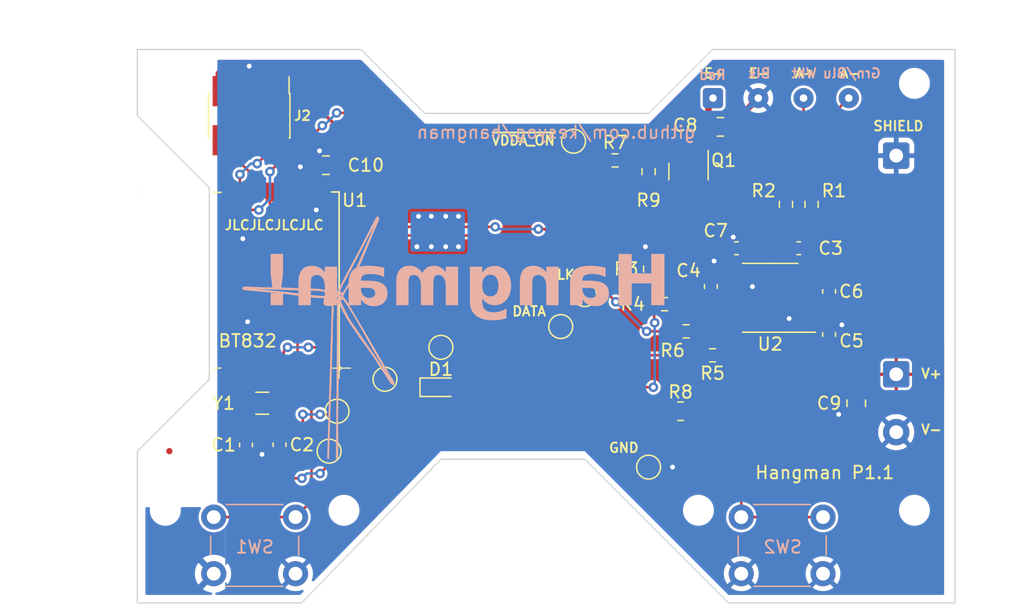
<source format=kicad_pcb>
(kicad_pcb (version 20221018) (generator pcbnew)
  (layers (0 "F.Cu" signal) (31 "B.Cu" signal) (34 "B.Paste" user) (35 "F.Paste" user) (36 "B.SilkS" user "B.Silkscreen") (37 "F.SilkS" user "F.Silkscreen") (38 "B.Mask" user) (39 "F.Mask" user) (44 "Edge.Cuts" user))
  (net 0 "")
  (net 1 "GND")
  (net 2 "VCC")
  (net 3 "/E+")
  (net 4 "/SWDIO")
  (net 5 "/SWDCLK")
  (net 6 "/RESET")
  (net 7 "/A-")
  (net 8 "/A+")
  (net 9 "Net-(D1-A)")
  (net 10 "/~{VDDA_ON}")
  (net 11 "/DEBUG1")
  (net 12 "/DEBUG2")
  (net 13 "/DEBUG3")
  (net 14 "Net-(U2-~{DRDY}{slash}DOUT)")
  (net 15 "/ADC_DATA")
  (net 16 "Net-(U2-SCLK)")
  (net 17 "/ADC_CLK")
  (net 18 "/~{PWDN}")
  (net 19 "Net-(U2-~{PWDN})")
  (net 20 "/SW1")
  (net 21 "/SW2")
  (net 22 "Net-(U1-P0.00{slash}XL1)")
  (net 23 "Net-(U1-P0.01{slash}XL2)")
  (net 24 "Net-(C6-Pad1)")
  (net 25 "Net-(C6-Pad2)")
  (net 26 "/Aout+")
  (net 27 "/Aout-")
  (net 31 "Net-(Q1-G)")
  (footprint "TestPoint:TestPoint_Pad_D1.5mm" (layer "F.Cu") (at 110.871 57.277)
    (fp_text reference "TP7" hide)
    (fp_text value "TestPoint_Small")
  )
  (footprint "Capacitor_SMD:C_0805_2012Metric" (layer "F.Cu") (at 91.186 59.182 180)
    (fp_text reference "C10")
    (fp_text value "10uF")
  )
  (footprint "Fiducial:Fiducial_0.5mm_Mask1mm" (layer "F.Cu") (at 138.43 92.075)
    (fp_text reference "FID2" hide)
    (fp_text value "Fiducial")
  )
  (footprint "LED_SMD:LED_0603_1608Metric_Pad1.05x0.95mm_HandSolder" (layer "F.Cu") (at 100.33 76.835)
    (fp_text reference "D1")
    (fp_text value "LED")
  )
  (footprint "Connector_PinHeader_1.27mm:PinHeader_2x05_P1.27mm_Vertical_SMD" (layer "F.Cu") (at 85.09 55.245 -90)
    (fp_text reference "J2")
    (fp_text value "Conn_ARM_JTAG_SWD_10")
  )
  (footprint "Package_TO_SOT_SMD:SOT-23" (layer "F.Cu") (at 120.015 59.69 -90)
    (fp_text reference "Q1")
    (fp_text value "SSM3J378R")
  )
  (footprint "Resistor_SMD:R_0603_1608Metric" (layer "F.Cu") (at 119.825 72.39 180)
    (fp_text reference "R6")
    (fp_text value "47")
  )
  (footprint "Capacitor_SMD:C_0603_1608Metric" (layer "F.Cu") (at 128.778 65.786)
    (fp_text reference "C3")
    (fp_text value "10nF")
  )
  (footprint "TestPoint:TestPoint_Pad_D1.5mm" (layer "F.Cu") (at 92.075 78.74)
    (fp_text reference "TP2" hide)
    (fp_text value "TestPoint_Small")
  )
  (footprint "Resistor_SMD:R_0603_1608Metric" (layer "F.Cu") (at 116.967 67.437 90)
    (fp_text reference "R3")
    (fp_text value "50k")
  )
  (footprint "Resistor_SMD:R_0603_1608Metric" (layer "F.Cu") (at 114.173 58.801)
    (fp_text reference "R7")
    (fp_text value "47")
  )
  (footprint "hangman:BT832" (layer "F.Cu") (at 92.23756 75.311 90)
    (fp_text reference "U1")
    (fp_text value "BT832" hide)
  )
  (footprint "Resistor_SMD:R_0603_1608Metric" (layer "F.Cu") (at 116.84 59.69 90)
    (fp_text reference "R9")
    (fp_text value "50k")
  )
  (footprint "Connector_Wire:SolderWire-0.5sqmm_1x02_P4.6mm_D0.9mm_OD2.1mm" (layer "F.Cu") (at 136.525 75.805 -90)
    (fp_text reference "BT1" hide)
    (fp_text value "Battery")
  )
  (footprint "Resistor_SMD:R_0805_2012Metric" (layer "F.Cu") (at 119.38 78.74 180)
    (fp_text reference "R8")
    (fp_text value "TBD")
  )
  (footprint "Package_SO:TSSOP-16_4.4x5mm_P0.65mm" (layer "F.Cu") (at 126.505 69.723 180)
    (fp_text reference "U2")
    (fp_text value "ADS1230")
  )
  (footprint "TestPoint:TestPoint_Pad_D1.5mm" (layer "F.Cu") (at 111.76 69.469)
    (fp_text reference "TP6" hide)
    (fp_text value "TestPoint_Small")
  )
  (footprint "MountingHole:MountingHole_2.2mm_M2" (layer "F.Cu") (at 137.9728 52.67325)
    (fp_text reference "H6" hide)
    (fp_text value "MountingHole" hide)
  )
  (footprint "Capacitor_SMD:C_0603_1608Metric" (layer "F.Cu") (at 131.191 72.644 90)
    (fp_text reference "C5")
    (fp_text value "0.1uF")
  )
  (footprint "MountingHole:MountingHole_2.2mm_M2" (layer "F.Cu") (at 92.6211 86.614)
    (fp_text reference "H4" hide)
    (fp_text value "MountingHole" hide)
  )
  (footprint "MountingHole:MountingHole_2.2mm_M2" (layer "F.Cu") (at 120.8024 86.614)
    (fp_text reference "H2" hide)
    (fp_text value "MountingHole" hide)
  )
  (footprint "Fiducial:Fiducial_0.5mm_Mask1mm" (layer "F.Cu") (at 78.74 81.915)
    (fp_text reference "FID3" hide)
    (fp_text value "Fiducial")
  )
  (footprint "Capacitor_SMD:C_0603_1608Metric" (layer "F.Cu") (at 121.793 68.834 90)
    (fp_text reference "C4")
    (fp_text value "0.1uF")
  )
  (footprint "Crystal:Crystal_SMD_3215-2Pin_3.2x1.5mm" (layer "F.Cu") (at 86.126 78.105 180)
    (fp_text reference "Y1")
    (fp_text value "32.768kHz")
  )
  (footprint "TestPoint:TestPoint_Pad_D1.5mm" (layer "F.Cu") (at 116.84 83.185)
    (fp_text reference "TP8" hide)
    (fp_text value "TestPoint_Small")
  )
  (footprint "Capacitor_SMD:C_0603_1608Metric" (layer "F.Cu") (at 123.825 65.786 180)
    (fp_text reference "C7")
    (fp_text value "10nF")
  )
  (footprint "Resistor_SMD:R_0603_1608Metric" (layer "F.Cu") (at 118.11 70.231 180)
    (fp_text reference "R4")
    (fp_text value "47")
  )
  (footprint "MountingHole:MountingHole_2.2mm_M2" (layer "F.Cu") (at 137.9728 86.614)
    (fp_text reference "H5" hide)
    (fp_text value "MountingHole" hide)
  )
  (footprint "Fiducial:Fiducial_0.5mm_Mask1mm" (layer "F.Cu") (at 93.345 52.705)
    (fp_text reference "FID1" hide)
    (fp_text value "Fiducial")
  )
  (footprint "Connector_Wire:SolderWire-0.5sqmm_1x01_D0.9mm_OD2.1mm" (layer "F.Cu") (at 136.525 58.42)
    (fp_text reference "J3" hide)
    (fp_text value "Conn_01x01")
  )
  (footprint "Capacitor_SMD:C_0603_1608Metric" (layer "F.Cu") (at 84.836 81.42 -90)
    (fp_text reference "C1")
    (fp_text value "10pF")
  )
  (footprint "Capacitor_SMD:C_0603_1608Metric" (layer "F.Cu") (at 87.503 81.407 -90)
    (fp_text reference "C2")
    (fp_text value "10pF")
  )
  (footprint "TestPoint:TestPoint_Pad_D1.5mm" (layer "F.Cu") (at 100.33 73.66)
    (fp_text reference "TP4" hide)
    (fp_text value "TestPoint_Small")
  )
  (footprint "Resistor_SMD:R_0603_1608Metric" (layer "F.Cu") (at 129.794 62.294 -90)
    (fp_text reference "R1")
    (fp_text value "100")
  )
  (footprint "TestPoint:TestPoint_Pad_D1.5mm" (layer "F.Cu") (at 95.885 76.2)
    (fp_text reference "TP3" hide)
    (fp_text value "TestPoint_Small")
  )
  (footprint "Capacitor_SMD:C_0603_1608Metric" (layer "F.Cu") (at 131.191 69.215 90)
    (fp_text reference "C6")
    (fp_text value "0.1uF")
  )
  (footprint "Capacitor_SMD:C_0805_2012Metric" (layer "F.Cu") (at 133.35 78.105 -90)
    (fp_text reference "C9")
    (fp_text value "10uF")
  )
  (footprint "Resistor_SMD:R_0603_1608Metric" (layer "F.Cu") (at 127.762 62.294 -90)
    (fp_text reference "R2")
    (fp_text value "100")
  )
  (footprint "TestPoint:TestPoint_Pad_D1.5mm" (layer "F.Cu") (at 109.855 72.009)
    (fp_text reference "TP5" hide)
    (fp_text value "TestPoint_Small")
  )
  (footprint "Capacitor_SMD:C_0805_2012Metric" (layer "F.Cu") (at 122.555 56.134)
    (fp_text reference "C8")
    (fp_text value "10uF")
  )
  (footprint "MountingHole:MountingHole_2.2mm_M2" (layer "F.Cu") (at 78.4225 86.614)
    (fp_text reference "H1" hide)
    (fp_text value "MountingHole" hide)
  )
  (footprint "TestPoint:TestPoint_Pad_D1.5mm" (layer "F.Cu") (at 91.44 81.915)
    (fp_text reference "TP1" hide)
    (fp_text value "TestPoint_Small")
  )
  (footprint "Resistor_SMD:R_0603_1608Metric" (layer "F.Cu") (at 121.92 74.295 180)
    (fp_text reference "R5")
    (fp_text value "47")
  )
  (footprint "MountingHole:MountingHole_2.2mm_M2" (layer "F.Cu") (at 78.74 52.4764)
    (fp_text reference "H3" hide)
    (fp_text value "MountingHole" hide)
  )
  (footprint "Connector_Wire:SolderWire-0.1sqmm_1x04_P3.6mm_D0.4mm_OD1mm" (layer "F.Cu") (at 121.959 53.848)
    (fp_text reference "J1" hide)
    (fp_text value "Conn_01x04")
  )
  (footprint "Button_Switch_THT:SW_PUSH_6mm_H7.3mm" (layer "B.Cu") (at 88.7718 87.158 180)
    (fp_text reference "SW1")
    (fp_text value "2223-TS02-66-70-BK-160-LCR-D-ND (Digikey)")
  )
  (footprint "Button_Switch_THT:SW_PUSH_6mm_H7.3mm" (layer "B.Cu") (at 130.7072 87.158 180)
    (fp_text reference "SW2")
    (fp_text value "2223-TS02-66-70-BK-160-LCR-D-ND (Digikey)")
  )
  (gr_line (start 96.05105 75.686797) (end 96.12328 75.799829) (stroke (width 0.099999)) (layer "B.SilkS"))
  (gr_line (start 91.21155 69.754689) (end 91.230849 69.747045) (stroke (width 0.099999)) (layer "B.SilkS"))
  (gr_line (start 91.248803 70.30588) (end 91.286664 70.313749) (stroke (width 0.099999)) (layer "B.SilkS"))
  (gr_line (start 92.401821 69.733093) (end 92.426468 69.73531) (stroke (width 0.099999)) (layer "B.SilkS"))
  (gr_line (start 96.042933 75.550016) (end 95.716937 74.988739) (stroke (width 0.099999)) (layer "B.SilkS"))
  (gr_line (start 92.132018 69.862993) (end 92.10436 69.857557) (stroke (width 0.099999)) (layer "B.SilkS"))
  (gr_line (start 92.103226 79.781276) (end 92.100107 79.331053) (stroke (width 0.099999)) (layer "B.SilkS"))
  (gr_line (start 92.406275 69.451655) (end 92.417354 69.459148) (stroke (width 0.099999)) (layer "B.SilkS"))
  (gr_line (start 92.044718 69.31515) (end 92.031371 69.319445) (stroke (width 0.099999)) (layer "B.SilkS"))
  (gr_line (start 91.076637 69.860597) (end 91.066742 69.899961) (stroke (width 0.099999)) (layer "B.SilkS"))
  (gr_line (start 91.058851 70.139815) (end 91.063291 70.157227) (stroke (width 0.099999)) (layer "B.SilkS"))
  (gr_line (start 92.234687 69.454484) (end 92.23988 69.446787) (stroke (width 0.099999)) (layer "B.SilkS"))
  (gr_line (start 91.025449 69.12793) (end 90.899092 69.105314) (stroke (width 0.099999)) (layer "B.SilkS"))
  (gr_line (start 92.634895 69.793715) (end 92.623666 69.782866) (stroke (width 0.099999)) (layer "B.SilkS"))
  (gr_line (start 91.691316 71.893801) (end 91.700893 71.611874) (stroke (width 0.099999)) (layer "B.SilkS"))
  (gr_line (start 92.709893 71.038369) (end 92.817343 71.218929) (stroke (width 0.099999)) (layer "B.SilkS"))
  (gr_line (start 91.521125 70.252625) (end 91.482193 70.253188) (stroke (width 0.099999)) (layer "B.SilkS"))
  (gr_line (start 92.30275 69.616635) (end 92.292381 69.608105) (stroke (width 0.099999)) (layer "B.SilkS"))
  (gr_line (start 92.363509 69.804468) (end 92.335035 69.821392) (stroke (width 0.099999)) (layer "B.SilkS"))
  (gr_line (start 91.70645 70.295274) (end 91.492364 77.41547) (stroke (width 0.099999)) (layer "B.SilkS"))
  (gr_line (start 96.506583 76.50885) (end 96.097691 75.948838) (stroke (width 0.099999)) (layer "B.SilkS"))
  (gr_line (start 91.856489 70.096253) (end 91.86737 70.09225) (stroke (width 0.099999)) (layer "B.SilkS"))
  (gr_line (start 92.466525 70.574054) (end 92.510956 70.668767) (stroke (width 0.099999)) (layer "B.SilkS"))
  (gr_line (start 91.738112 69.934934) (end 91.692995 69.967012) (stroke (width 0.099999)) (layer "B.SilkS"))
  (gr_line (start 87.707386 68.954547) (end 86.9995 68.940005) (stroke (width 0.099999)) (layer "B.SilkS"))
  (gr_line (start 92.961192 68.813167) (end 93.06699 68.66148) (stroke (width 0.099999)) (layer "B.SilkS"))
  (gr_line (start 96.564474 76.599049) (end 96.567851 76.582585) (stroke (width 0.099999)) (layer "B.SilkS"))
  (gr_line (start 93.905585 66.982062) (end 94.07908 66.572801) (stroke (width 0.099999)) (layer "B.SilkS"))
  (gr_line (start 92.464132 69.504086) (end 92.471353 69.514058) (stroke (width 0.099999)) (layer "B.SilkS"))
  (gr_line (start 96.374958 76.207632) (end 96.406286 76.267277) (stroke (width 0.099999)) (layer "B.SilkS"))
  (gr_line (start 92.506474 69.708589) (end 92.572394 69.435998) (stroke (width 0.099999)) (layer "B.SilkS"))
  (gr_line (start 92.325721 68.908639) (end 92.234802 69.109272) (stroke (width 0.099999)) (layer "B.SilkS"))
  (gr_line (start 84.647179 68.917393) (end 84.636207 68.925772) (stroke (width 0.099999)) (layer "B.SilkS"))
  (gr_line (start 91.052667 70.102922) (end 91.055321 70.121684) (stroke (width 0.099999)) (layer "B.SilkS"))
  (gr_line (start 91.570505 70.319445) (end 91.608146 70.314755) (stroke (width 0.099999)) (layer "B.SilkS"))
  (gr_line (start 92.093212 82.48334) (end 92.118628 82.035377) (stroke (width 0.099999)) (layer "B.SilkS"))
  (gr_line (start 92.159797 73.095349) (end 92.167597 71.959605) (stroke (width 0.099999)) (layer "B.SilkS"))
  (gr_line (start 92.656473 69.816605) (end 92.634895 69.793715) (stroke (width 0.099999)) (layer "B.SilkS"))
  (gr_line (start 92.447379 69.484908) (end 92.456121 69.494345) (stroke (width 0.099999)) (layer "B.SilkS"))
  (gr_line (start 92.36099 69.646217) (end 92.348674 69.642356) (stroke (width 0.099999)) (layer "B.SilkS"))
  (gr_line (start 91.592749 70.244388) (end 91.558374 70.249879) (stroke (width 0.099999)) (layer "B.SilkS"))
  (gr_line (start 94.178447 73.242221) (end 94.476847 73.651278) (stroke (width 0.099999)) (layer "B.SilkS"))
  (gr_line (start 92.779814 68.001916) (end 92.720646 68.113865) (stroke (width 0.099999)) (layer "B.SilkS"))
  (gr_line (start 90.770769 69.086153) (end 90.639753 69.070863) (stroke (width 0.099999)) (layer "B.SilkS"))
  (gr_line (start 93.445006 71.095295) (end 93.295092 70.840627) (stroke (width 0.099999)) (layer "B.SilkS"))
  (gr_line (start 89.309886 69.023327) (end 89.119709 69.014524) (stroke (width 0.099999)) (layer "B.SilkS"))
  (gr_line (start 93.577966 71.371656) (end 93.894559 71.917493) (stroke (width 0.099999)) (layer "B.SilkS"))
  (gr_line (start 92.483188 69.534404) (end 92.487685 69.544633) (stroke (width 0.099999)) (layer "B.SilkS"))
  (gr_line (start 92.178573 69.617303) (end 92.186455 69.627147) (stroke (width 0.099999)) (layer "B.SilkS"))
  (gr_line (start 92.28863 69.422934) (end 92.303325 69.421746) (stroke (width 0.099999)) (layer "B.SilkS"))
  (gr_line (start 96.548083 76.416704) (end 96.535076 76.38377) (stroke (width 0.099999)) (layer "B.SilkS"))
  (gr_line (start 92.154409 69.422265) (end 92.149941 69.433842) (stroke (width 0.099999)) (layer "B.SilkS"))
  (gr_line (start 93.169839 68.50796) (end 93.219159 68.429975) (stroke (width 0.099999)) (layer "B.SilkS"))
  (gr_line (start 95.348852 63.481809) (end 95.349565 63.465716) (stroke (width 0.099999)) (layer "B.SilkS"))
  (gr_line (start 96.562819 76.466428) (end 96.558611 76.449823) (stroke (width 0.099999)) (layer "B.SilkS"))
  (gr_line (start 91.757581 70.7753) (end 91.759706 70.741774) (stroke (width 0.099999)) (layer "B.SilkS"))
  (gr_line (start 92.075 69.85) (end 92.043579 69.840393) (stroke (width 0.099999)) (layer "B.SilkS"))
  (gr_line (start 92.213269 69.654111) (end 92.223149 69.662244) (stroke (width 0.099999)) (layer "B.SilkS"))
  (gr_line (start 91.533679 69.741396) (end 91.588956 69.749622) (stroke (width 0.099999)) (layer "B.SilkS"))
  (gr_line (start 92.810193 68.099543) (end 92.84723 68.028593) (stroke (width 0.099999)) (layer "B.SilkS"))
  (gr_line (start 96.571434 76.532919) (end 96.570614 76.516305) (stroke (width 0.099999)) (layer "B.SilkS"))
  (gr_line (start 92.768189 69.974643) (end 92.733459 69.919638) (stroke (width 0.099999)) (layer "B.SilkS"))
  (gr_line (start 91.286664 70.313749) (end 91.326129 70.319595) (stroke (width 0.099999)) (layer "B.SilkS"))
  (gr_line (start 92.370656 69.433472) (end 92.382868 69.438744) (stroke (width 0.099999)) (layer "B.SilkS"))
  (gr_line (start 92.444787 69.641898) (end 92.431353 69.645673) (stroke (width 0.099999)) (layer "B.SilkS"))
  (gr_line (start 94.990678 63.953437) (end 95.026647 63.873638) (stroke (width 0.099999)) (layer "B.SilkS"))
  (gr_line (start 92.770989 68.171172) (end 92.810193 68.099543) (stroke (width 0.099999)) (layer "B.SilkS"))
  (gr_line (start 95.13025 74.108788) (end 95.983608 75.575489) (stroke (width 0.099999)) (layer "B.SilkS"))
  (gr_line (start 91.055321 70.121684) (end 91.058851 70.139815) (stroke (width 0.099999)) (layer "B.SilkS"))
  (gr_line (start 91.835862 70.106046) (end 91.845976 70.10084) (stroke (width 0.099999)) (layer "B.SilkS"))
  (gr_line (start 91.404027 70.250003) (end 91.333384 70.244806) (stroke (width 0.099999)) (layer "B.SilkS"))
  (gr_line (start 95.227066 63.478393) (end 95.252663 63.445609) (stroke (width 0.099999)) (layer "B.SilkS"))
  (gr_line (start 91.110905 69.938863) (end 91.112348 69.916129) (stroke (width 0.099999)) (layer "B.SilkS"))
  (gr_line (start 84.890165 68.877086) (end 84.856905 68.876076) (stroke (width 0.099999)) (layer "B.SilkS"))
  (gr_line (start 91.829758 69.846628) (end 91.814225 69.86516) (stroke (width 0.099999)) (layer "B.SilkS"))
  (gr_line (start 91.119764 70.162003) (end 91.11943 70.143075) (stroke (width 0.099999)) (layer "B.SilkS"))
  (gr_line (start 92.301976 69.70723) (end 92.326578 69.716247) (stroke (width 0.099999)) (layer "B.SilkS"))
  (gr_line (start 92.228445 69.502433) (end 92.227248 69.491894) (stroke (width 0.099999)) (layer "B.SilkS"))
  (gr_line (start 91.130679 69.730689) (end 91.115548 69.757626) (stroke (width 0.099999)) (layer "B.SilkS"))
  (gr_line (start 95.118081 63.667407) (end 95.137858 63.627153) (stroke (width 0.099999)) (layer "B.SilkS"))
  (gr_line (start 91.825577 69.320295) (end 91.795363 69.31431) (stroke (width 0.099999)) (layer "B.SilkS"))
  (gr_line (start 91.779046 70.162698) (end 91.785435 70.152197) (stroke (width 0.099999)) (layer "B.SilkS"))
  (gr_line (start 89.277034 69.555721) (end 89.745404 69.615097) (stroke (width 0.099999)) (layer "B.SilkS"))
  (gr_line (start 91.408009 70.325738) (end 91.44949 70.326294) (stroke (width 0.099999)) (layer "B.SilkS"))
  (gr_line (start 92.602208 68.463881) (end 92.68802 68.316348) (stroke (width 0.099999)) (layer "B.SilkS"))
  (gr_line (start 91.808255 70.125717) (end 91.816969 70.118449) (stroke (width 0.099999)) (layer "B.SilkS"))
  (gr_line (start 92.149941 69.433842) (end 92.145914 69.445608) (stroke (width 0.099999)) (layer "B.SilkS"))
  (gr_line (start 92.238482 69.535395) (end 92.234118 69.524278) (stroke (width 0.099999)) (layer "B.SilkS"))
  (gr_line (start 91.058841 69.940674) (end 91.053209 69.98203) (stroke (width 0.099999)) (layer "B.SilkS"))
  (gr_line (start 95.328046 74.908734) (end 95.424989 75.064817) (stroke (width 0.099999)) (layer "B.SilkS"))
  (gr_line (start 91.643662 70.309077) (end 91.676585 70.30254) (stroke (width 0.099999)) (layer "B.SilkS"))
  (gr_line (start 92.575439 69.744158) (end 92.562472 69.735804) (stroke (width 0.099999)) (layer "B.SilkS"))
  (gr_line (start 92.234118 69.524278) (end 92.230753 69.513259) (stroke (width 0.099999)) (layer "B.SilkS"))
  (gr_line (start 96.294603 76.376927) (end 96.318791 76.41119) (stroke (width 0.099999)) (layer "B.SilkS"))
  (gr_line (start 92.185915 69.331945) (end 92.185059 69.337669) (stroke (width 0.099999)) (layer "B.SilkS"))
  (gr_line (start 92.913712 70.304133) (end 93.252058 70.832832) (stroke (width 0.099999)) (layer "B.SilkS"))
  (gr_line (start 96.12328 75.799829) (end 96.197609 75.914489) (stroke (width 0.099999)) (layer "B.SilkS"))
  (gr_line (start 91.644183 69.99707) (end 91.592435 70.024995) (stroke (width 0.099999)) (layer "B.SilkS"))
  (gr_line (start 91.316206 70.128738) (end 91.262774 70.14153) (stroke (width 0.099999)) (layer "B.SilkS"))
  (gr_line (start 91.371254 70.113145) (end 91.316206 70.128738) (stroke (width 0.099999)) (layer "B.SilkS"))
  (gr_line (start 91.490711 70.325344) (end 91.531205 70.323018) (stroke (width 0.099999)) (layer "B.SilkS"))
  (gr_line (start 92.13758 69.495305) (end 92.13807 69.509436) (stroke (width 0.099999)) (layer "B.SilkS"))
  (gr_line (start 91.149508 70.268846) (end 91.164229 70.276511) (stroke (width 0.099999)) (layer "B.SilkS"))
  (gr_line (start 92.32018 70.183145) (end 92.351381 70.282868) (stroke (width 0.099999)) (layer "B.SilkS"))
  (gr_line (start 94.099573 65.526066) (end 93.663325 66.353647) (stroke (width 0.099999)) (layer "B.SilkS"))
  (gr_line (start 92.194223 69.182285) (end 92.178991 69.204905) (stroke (width 0.099999)) (layer "B.SilkS"))
  (gr_line (start 94.992593 64.3741) (end 95.111778 64.093964) (stroke (width 0.099999)) (layer "B.SilkS"))
  (gr_line (start 91.439774 69.661214) (end 90.239741 69.575322) (stroke (width 0.099999)) (layer "B.SilkS"))
  (gr_line (start 91.326129 70.319595) (end 91.366733 70.323549) (stroke (width 0.099999)) (layer "B.SilkS"))
  (gr_line (start 95.315626 63.323721) (end 95.306552 63.308407) (stroke (width 0.099999)) (layer "B.SilkS"))
  (gr_line (start 84.590104 68.998818) (end 84.586249 69.015268) (stroke (width 0.099999)) (layer "B.SilkS"))
  (gr_line (start 92.026457 69.922063) (end 91.839785 69.922063) (stroke (width 0.099999)) (layer "B.SilkS"))
  (gr_line (start 95.347406 63.497935) (end 95.348852 63.481809) (stroke (width 0.099999)) (layer "B.SilkS"))
  (gr_line (start 92.151964 70.532709) (end 92.153364 70.473818) (stroke (width 0.099999)) (layer "B.SilkS"))
  (gr_line (start 92.562472 69.735804) (end 92.549109 69.72804) (stroke (width 0.099999)) (layer "B.SilkS"))
  (gr_line (start 92.474927 69.625266) (end 92.466515 69.631622) (stroke (width 0.099999)) (layer "B.SilkS"))
  (gr_line (start 92.082853 69.297714) (end 92.070482 69.304317) (stroke (width 0.099999)) (layer "B.SilkS"))
  (gr_line (start 96.473458 76.570213) (end 96.489808 76.580965) (stroke (width 0.099999)) (layer "B.SilkS"))
  (gr_line (start 91.115548 69.757626) (end 91.101314 69.788725) (stroke (width 0.099999)) (layer "B.SilkS"))
  (gr_line (start 91.090836 70.217928) (end 91.100339 70.230427) (stroke (width 0.099999)) (layer "B.SilkS"))
  (gr_line (start 91.677355 70.14011) (end 91.679939 70.156171) (stroke (width 0.099999)) (layer "B.SilkS"))
  (gr_line (start 92.171098 69.867009) (end 92.158333 69.866234) (stroke (width 0.099999)) (layer "B.SilkS"))
  (gr_line (start 92.535332 69.720896) (end 92.521126 69.714402) (stroke (width 0.099999)) (layer "B.SilkS"))
  (gr_line (start 92.118628 82.035377) (end 92.129125 81.585803) (stroke (width 0.099999)) (layer "B.SilkS"))
  (gr_line (start 91.759932 70.705901) (end 91.758644 70.668047) (stroke (width 0.099999)) (layer "B.SilkS"))
  (gr_line (start 92.232801 69.862067) (end 92.220594 69.864261) (stroke (width 0.099999)) (layer "B.SilkS"))
  (gr_line (start 92.13807 69.509436) (end 92.139454 69.523137) (stroke (width 0.099999)) (layer "B.SilkS"))
  (gr_line (start 91.973121 69.388635) (end 91.937574 69.689385) (stroke (width 0.099999)) (layer "B.SilkS"))
  (gr_line (start 92.426468 69.76201) (end 92.393868 69.784699) (stroke (width 0.099999)) (layer "B.SilkS"))
  (gr_line (start 91.130543 69.834571) (end 91.134553 69.82585) (stroke (width 0.099999)) (layer "B.SilkS"))
  (gr_line (start 92.163999 69.399527) (end 92.154409 69.422265) (stroke (width 0.099999)) (layer "B.SilkS"))
  (gr_line (start 92.168572 71.392423) (end 92.165768 71.109964) (stroke (width 0.099999)) (layer "B.SilkS"))
  (gr_line (start 91.792455 70.142556) (end 91.800072 70.133741) (stroke (width 0.099999)) (layer "B.SilkS"))
  (gr_line (start 91.800072 70.133741) (end 91.808255 70.125717) (stroke (width 0.099999)) (layer "B.SilkS"))
  (gr_line (start 96.184034 76.201203) (end 96.226728 76.270963) (stroke (width 0.099999)) (layer "B.SilkS"))
  (gr_line (start 92.335035 69.821392) (end 92.308085 69.835541) (stroke (width 0.099999)) (layer "B.SilkS"))
  (gr_line (start 92.137721 69.488814) (end 92.13758 69.495305) (stroke (width 0.099999)) (layer "B.SilkS"))
  (gr_line (start 92.156564 70.415094) (end 92.161948 70.357626) (stroke (width 0.099999)) (layer "B.SilkS"))
  (gr_line (start 91.150564 69.153585) (end 91.025449 69.12793) (stroke (width 0.099999)) (layer "B.SilkS"))
  (gr_line (start 91.653114 69.278276) (end 91.399971 69.212349) (stroke (width 0.099999)) (layer "B.SilkS"))
  (gr_line (start 95.223013 63.385129) (end 95.205943 63.407166) (stroke (width 0.099999)) (layer "B.SilkS"))
  (gr_line (start 96.523887 76.600001) (end 96.541652 76.608197) (stroke (width 0.099999)) (layer "B.SilkS"))
  (gr_line (start 96.408625 76.165078) (end 96.373249 76.108769) (stroke (width 0.099999)) (layer "B.SilkS"))
  (gr_line (start 95.346859 63.417719) (end 95.344193 63.401841) (stroke (width 0.099999)) (layer "B.SilkS"))
  (gr_line (start 91.681683 72.457423) (end 91.691316 71.893801) (stroke (width 0.099999)) (layer "B.SilkS"))
  (gr_line (start 92.100107 79.331053) (end 92.106462 78.882182) (stroke (width 0.099999)) (layer "B.SilkS"))
  (gr_line (start 95.348613 63.433663) (end 95.346859 63.417719) (stroke (width 0.099999)) (layer "B.SilkS"))
  (gr_line (start 92.36656 68.918261) (end 92.400732 68.841477) (stroke (width 0.099999)) (layer "B.SilkS"))
  (gr_line (start 91.442764 70.252127) (end 91.404027 70.250003) (stroke (width 0.099999)) (layer "B.SilkS"))
  (gr_line (start 95.180135 63.549785) (end 95.202942 63.513208) (stroke (width 0.099999)) (layer "B.SilkS"))
  (gr_line (start 92.437964 69.475848) (end 92.447379 69.484908) (stroke (width 0.099999)) (layer "B.SilkS"))
  (gr_line (start 93.727787 67.388644) (end 93.905585 66.982062) (stroke (width 0.099999)) (layer "B.SilkS"))
  (gr_line (start 92.915892 70.205576) (end 92.835362 70.081937) (stroke (width 0.099999)) (layer "B.SilkS"))
  (gr_line (start 94.972208 63.991686) (end 94.990678 63.953437) (stroke (width 0.099999)) (layer "B.SilkS"))
  (gr_line (start 92.533139 69.388624) (end 92.506474 69.388624) (stroke (width 0.099999)) (layer "B.SilkS"))
  (gr_line (start 91.756225 70.628581) (end 91.742939 70.461919) (stroke (width 0.099999)) (layer "B.SilkS"))
  (gr_line (start 91.100339 70.230427) (end 91.110958 70.241678) (stroke (width 0.099999)) (layer "B.SilkS"))
  (gr_line (start 92.613792 69.35448) (end 92.658046 69.274438) (stroke (width 0.099999)) (layer "B.SilkS"))
  (gr_line (start 91.86737 70.09225) (end 91.890103 70.085856) (stroke (width 0.099999)) (layer "B.SilkS"))
  (gr_line (start 92.223149 69.662244) (end 92.233443 69.66995) (stroke (width 0.099999)) (layer "B.SilkS"))
  (gr_line (start 92.753525 69.117927) (end 92.855639 68.964743) (stroke (width 0.099999)) (layer "B.SilkS"))
  (gr_line (start 92.129125 81.585803) (end 92.128768 81.135113) (stroke (width 0.099999)) (layer "B.SilkS"))
  (gr_line (start 93.247239 68.268594) (end 92.533139 69.388624) (stroke (width 0.099999)) (layer "B.SilkS"))
  (gr_line (start 92.142497 69.457599) (end 92.139857 69.469855) (stroke (width 0.099999)) (layer "B.SilkS"))
  (gr_line (start 85.128291 69.111506) (end 85.266534 69.121586) (stroke (width 0.099999)) (layer "B.SilkS"))
  (gr_line (start 91.492364 77.41547) (end 91.337956 82.483141) (stroke (width 0.099999)) (layer "B.SilkS"))
  (gr_line (start 92.133137 70.081948) (end 92.106471 70.988636) (stroke (width 0.099999)) (layer "B.SilkS"))
  (gr_line (start 92.817343 71.218929) (end 93.034648 71.575303) (stroke (width 0.099999)) (layer "B.SilkS"))
  (gr_line (start 91.082413 70.204271) (end 91.090836 70.217928) (stroke (width 0.099999)) (layer "B.SilkS"))
  (gr_line (start 96.485933 76.448032) (end 96.506583 76.50885) (stroke (width 0.099999)) (layer "B.SilkS"))
  (gr_line (start 91.112348 69.916129) (end 91.11487 69.89413) (stroke (width 0.099999)) (layer "B.SilkS"))
  (gr_line (start 92.275658 69.425441) (end 92.28863 69.422934) (stroke (width 0.099999)) (layer "B.SilkS"))
  (gr_line (start 91.66409 70.10313) (end 91.672121 70.122453) (stroke (width 0.099999)) (layer "B.SilkS"))
  (gr_line (start 92.517437 68.613536) (end 92.602208 68.463881) (stroke (width 0.099999)) (layer "B.SilkS"))
  (gr_line (start 91.608146 70.314755) (end 91.643662 70.309077) (stroke (width 0.099999)) (layer "B.SilkS"))
  (gr_line (start 94.587712 73.038195) (end 94.019879 72.064742) (stroke (width 0.099999)) (layer "B.SilkS"))
  (gr_line (start 92.181095 69.354667) (end 92.177501 69.365898) (stroke (width 0.099999)) (layer "B.SilkS"))
  (gr_line (start 91.855967 69.808354) (end 91.843704 69.827688) (stroke (width 0.099999)) (layer "B.SilkS"))
  (gr_line (start 96.503248 76.318777) (end 96.485234 76.286876) (stroke (width 0.099999)) (layer "B.SilkS"))
  (gr_line (start 92.213027 70.162079) (end 92.223529 70.143743) (stroke (width 0.099999)) (layer "B.SilkS"))
  (gr_line (start 92.121622 80.683799) (end 92.103226 79.781276) (stroke (width 0.099999)) (layer "B.SilkS"))
  (gr_line (start 92.557847 70.762462) (end 92.60686 70.855231) (stroke (width 0.099999)) (layer "B.SilkS"))
  (gr_line (start 92.68802 68.316348) (end 92.770989 68.171172) (stroke (width 0.099999)) (layer "B.SilkS"))
  (gr_line (start 92.491156 69.554802) (end 92.493543 69.564838) (stroke (width 0.099999)) (layer "B.SilkS"))
  (gr_line (start 92.399053 69.650132) (end 92.386235 69.650199) (stroke (width 0.099999)) (layer "B.SilkS"))
  (gr_line (start 90.506412 69.124162) (end 91.199765 69.213083) (stroke (width 0.099999)) (layer "B.SilkS"))
  (gr_line (start 91.680023 70.170706) (end 91.677754 70.183784) (stroke (width 0.099999)) (layer "B.SilkS"))
  (gr_line (start 91.759706 70.741774) (end 91.759932 70.705901) (stroke (width 0.099999)) (layer "B.SilkS"))
  (gr_line (start 92.165768 71.109964) (end 92.159797 70.828626) (stroke (width 0.099999)) (layer "B.SilkS"))
  (gr_line (start 92.351381 70.282868) (end 92.386398 70.381198) (stroke (width 0.099999)) (layer "B.SilkS"))
  (gr_line (start 92.186461 70.002034) (end 92.186461 70.055345) (stroke (width 0.099999)) (layer "B.SilkS"))
  (gr_line (start 92.60686 70.855231) (end 92.709893 71.038369) (stroke (width 0.099999)) (layer "B.SilkS"))
  (gr_line (start 91.592435 70.024995) (end 91.538509 70.050676) (stroke (width 0.099999)) (layer "B.SilkS"))
  (gr_line (start 91.742341 70.298797) (end 91.747059 70.261322) (stroke (width 0.099999)) (layer "B.SilkS"))
  (gr_line (start 91.199765 69.213083) (end 91.973121 69.388635) (stroke (width 0.099999)) (layer "B.SilkS"))
  (gr_line (start 96.466361 76.255476) (end 96.447032 76.224658) (stroke (width 0.099999)) (layer "B.SilkS"))
  (gr_line (start 92.233443 69.66995) (end 92.255134 69.684083) (stroke (width 0.099999)) (layer "B.SilkS"))
  (gr_line (start 92.319798 69.421972) (end 92.332697 69.423263) (stroke (width 0.099999)) (layer "B.SilkS"))
  (gr_line (start 91.134553 69.82585) (end 91.139017 69.81754) (stroke (width 0.099999)) (layer "B.SilkS"))
  (gr_line (start 96.558611 76.449823) (end 96.548083 76.416704) (stroke (width 0.099999)) (layer "B.SilkS"))
  (gr_line (start 84.990627 69.097867) (end 85.128291 69.111506) (stroke (width 0.099999)) (layer "B.SilkS"))
  (gr_line (start 95.335947 63.370315) (end 95.330278 63.354682) (stroke (width 0.099999)) (layer "B.SilkS"))
  (gr_line (start 92.332697 69.423263) (end 92.345512 69.425659) (stroke (width 0.099999)) (layer "B.SilkS"))
  (gr_line (start 92.28503 69.150608) (end 92.308223 69.072856) (stroke (width 0.099999)) (layer "B.SilkS"))
  (gr_line (start 92.264834 69.578978) (end 92.257023 69.568404) (stroke (width 0.099999)) (layer "B.SilkS"))
  (gr_line (start 91.049848 70.063858) (end 91.052667 70.102922) (stroke (width 0.099999)) (layer "B.SilkS"))
  (gr_line (start 92.139454 69.523137) (end 92.141697 69.536408) (stroke (width 0.099999)) (layer "B.SilkS"))
  (gr_line (start 93.06699 68.66148) (end 93.169839 68.50796) (stroke (width 0.099999)) (layer "B.SilkS"))
  (gr_line (start 90.639753 69.070863) (end 90.45011 69.055309) (stroke (width 0.099999)) (layer "B.SilkS"))
  (gr_line (start 91.101314 69.788725) (end 91.088253 69.823283) (stroke (width 0.099999)) (layer "B.SilkS"))
  (gr_line (start 96.163048 76.167646) (end 96.184034 76.201203) (stroke (width 0.099999)) (layer "B.SilkS"))
  (gr_line (start 91.386975 82.483382) (end 91.679792 73.015366) (stroke (width 0.099999)) (layer "B.SilkS"))
  (gr_line (start 91.1106 69.985723) (end 91.110377 69.962128) (stroke (width 0.099999)) (layer "B.SilkS"))
  (gr_line (start 95.099006 63.708349) (end 95.118081 63.667407) (stroke (width 0.099999)) (layer "B.SilkS"))
  (gr_line (start 91.866452 69.78864) (end 91.855967 69.808354) (stroke (width 0.099999)) (layer "B.SilkS"))
  (gr_line (start 92.549487 68.453568) (end 92.325721 68.908639) (stroke (width 0.099999)) (layer "B.SilkS"))
  (gr_line (start 92.351602 69.723563) (end 92.376774 69.729177) (stroke (width 0.099999)) (layer "B.SilkS"))
  (gr_line (start 96.435448 76.327234) (end 96.46211 76.387489) (stroke (width 0.099999)) (layer "B.SilkS"))
  (gr_line (start 91.122727 70.251595) (end 91.135655 70.260546) (stroke (width 0.099999)) (layer "B.SilkS"))
  (gr_line (start 92.106462 78.882182) (end 92.137351 77.436808) (stroke (width 0.099999)) (layer "B.SilkS"))
  (gr_line (start 95.158492 63.587856) (end 95.180135 63.549785) (stroke (width 0.099999)) (layer "B.SilkS"))
  (gr_line (start 96.142123 76.135441) (end 96.163048 76.167646) (stroke (width 0.099999)) (layer "B.SilkS"))
  (gr_line (start 91.370612 69.728126) (end 91.423594 69.72993) (stroke (width 0.099999)) (layer "B.SilkS"))
  (gr_line (start 92.417354 69.459148) (end 92.427936 69.467237) (stroke (width 0.099999)) (layer "B.SilkS"))
  (gr_line (start 89.880341 69.034977) (end 89.500069 69.028691) (stroke (width 0.099999)) (layer "B.SilkS"))
  (gr_line (start 92.84723 68.028593) (end 94.260602 65.335173) (stroke (width 0.099999)) (layer "B.SilkS"))
  (gr_line (start 91.946223 69.331552) (end 91.916459 69.331157) (stroke (width 0.099999)) (layer "B.SilkS"))
  (gr_line (start 96.373249 76.108769) (end 96.207136 75.829963) (stroke (width 0.099999)) (layer "B.SilkS"))
  (gr_line (start 90.899092 69.105314) (end 90.770769 69.086153) (stroke (width 0.099999)) (layer "B.SilkS"))
  (gr_line (start 95.233216 63.81509) (end 95.289101 63.691135) (stroke (width 0.099999)) (layer "B.SilkS"))
  (gr_line (start 92.437593 68.765075) (end 92.476657 68.689085) (stroke (width 0.099999)) (layer "B.SilkS"))
  (gr_line (start 91.839785 69.922063) (end 91.839785 69.895364) (stroke (width 0.099999)) (layer "B.SilkS"))
  (gr_line (start 91.636325 70.229783) (end 91.623063 70.235594) (stroke (width 0.099999)) (layer "B.SilkS"))
  (gr_line (start 94.430054 65.00658) (end 94.603025 64.679803) (stroke (width 0.099999)) (layer "B.SilkS"))
  (gr_line (start 92.106462 69.281976) (end 92.094854 69.290278) (stroke (width 0.099999)) (layer "B.SilkS"))
  (gr_line (start 91.973122 69.81532) (end 92.095338 69.601979) (stroke (width 0.099999)) (layer "B.SilkS"))
  (gr_line (start 84.626077 68.93515) (end 84.616849 68.945578) (stroke (width 0.099999)) (layer "B.SilkS"))
  (gr_line (start 96.343987 76.444336) (end 96.370325 76.476013) (stroke (width 0.099999)) (layer "B.SilkS"))
  (gr_line (start 84.712664 68.888668) (end 84.698344 68.892828) (stroke (width 0.099999)) (layer "B.SilkS"))
  (gr_line (start 92.704757 69.195659) (end 92.753525 69.117927) (stroke (width 0.099999)) (layer "B.SilkS"))
  (gr_line (start 92.139857 69.469855) (end 92.138881 69.476093) (stroke (width 0.099999)) (layer "B.SilkS"))
  (gr_line (start 96.566256 76.48305) (end 96.562819 76.466428) (stroke (width 0.099999)) (layer "B.SilkS"))
  (gr_line (start 91.653112 70.08207) (end 91.66409 70.10313) (stroke (width 0.099999)) (layer "B.SilkS"))
  (gr_line (start 91.320219 69.729898) (end 91.370612 69.728126) (stroke (width 0.099999)) (layer "B.SilkS"))
  (gr_line (start 92.676987 69.840885) (end 92.656473 69.816605) (stroke (width 0.099999)) (layer "B.SilkS"))
  (gr_line (start 92.186798 69.31453) (end 92.186806 69.32038) (stroke (width 0.099999)) (layer "B.SilkS"))
  (gr_line (start 92.148623 69.561664) (end 92.153238 69.573649) (stroke (width 0.099999)) (layer "B.SilkS"))
  (gr_line (start 92.801808 70.029389) (end 92.768189 69.974643) (stroke (width 0.099999)) (layer "B.SilkS"))
  (gr_line (start 92.171276 69.607032) (end 92.178573 69.617303) (stroke (width 0.099999)) (layer "B.SilkS"))
  (gr_line (start 92.24503 69.859251) (end 92.232801 69.862067) (stroke (width 0.099999)) (layer "B.SilkS"))
  (gr_line (start 95.323519 63.339148) (end 95.315626 63.323721) (stroke (width 0.099999)) (layer "B.SilkS"))
  (gr_line (start 94.953208 64.028477) (end 94.972208 63.991686) (stroke (width 0.099999)) (layer "B.SilkS"))
  (gr_line (start 92.186455 69.627147) (end 92.194888 69.636562) (stroke (width 0.099999)) (layer "B.SilkS"))
  (gr_line (start 93.219159 68.429975) (end 93.266544 68.350888) (stroke (width 0.099999)) (layer "B.SilkS"))
  (gr_line (start 92.10436 69.857557) (end 92.075 69.85) (stroke (width 0.099999)) (layer "B.SilkS"))
  (gr_line (start 92.487142 69.610483) (end 92.481783 69.618196) (stroke (width 0.099999)) (layer "B.SilkS"))
  (gr_line (start 93.894559 71.917493) (end 95.13025 74.108788) (stroke (width 0.099999)) (layer "B.SilkS"))
  (gr_line (start 92.426468 69.73531) (end 92.426468 69.76201) (stroke (width 0.099999)) (layer "B.SilkS"))
  (gr_line (start 96.426969 76.533545) (end 96.442056 76.546458) (stroke (width 0.099999)) (layer "B.SilkS"))
  (gr_line (start 96.570103 76.566069) (end 96.571281 76.54951) (stroke (width 0.099999)) (layer "B.SilkS"))
  (gr_line (start 91.771577 70.17743) (end 91.779046 70.162698) (stroke (width 0.099999)) (layer "B.SilkS"))
  (gr_line (start 96.559921 76.615451) (end 96.564474 76.599049) (stroke (width 0.099999)) (layer "B.SilkS"))
  (gr_line (start 92.186461 70.055345) (end 92.133126 70.002034) (stroke (width 0.099999)) (layer "B.SilkS"))
  (gr_line (start 96.271346 76.030681) (end 96.341801 76.148309) (stroke (width 0.099999)) (layer "B.SilkS"))
  (gr_line (start 91.839786 69.895364) (end 92.026457 69.922063) (stroke (width 0.099999)) (layer "B.SilkS"))
  (gr_line (start 91.765494 69.307574) (end 91.707519 69.292878) (stroke (width 0.099999)) (layer "B.SilkS"))
  (gr_line (start 95.24143 63.364115) (end 95.223013 63.385129) (stroke (width 0.099999)) (layer "B.SilkS"))
  (gr_line (start 92.326578 69.716247) (end 92.351602 69.723563) (stroke (width 0.099999)) (layer "B.SilkS"))
  (gr_line (start 92.39476 69.444829) (end 92.406275 69.451655) (stroke (width 0.099999)) (layer "B.SilkS"))
  (gr_line (start 95.716937 74.988739) (end 94.587712 73.038195) (stroke (width 0.099999)) (layer "B.SilkS"))
  (gr_line (start 96.570614 76.516305) (end 96.568871 76.499679) (stroke (width 0.099999)) (layer "B.SilkS"))
  (gr_line (start 96.442056 76.546458) (end 96.457547 76.558696) (stroke (width 0.099999)) (layer "B.SilkS"))
  (gr_line (start 92.177501 69.365898) (end 92.173342 69.377094) (stroke (width 0.099999)) (layer "B.SilkS"))
  (gr_line (start 89.745404 69.615097) (end 90.213499 69.663713) (stroke (width 0.099999)) (layer "B.SilkS"))
  (gr_line (start 91.538509 70.050676) (end 91.483165 70.074003) (stroke (width 0.099999)) (layer "B.SilkS"))
  (gr_line (start 95.137858 63.627153) (end 95.158492 63.587856) (stroke (width 0.099999)) (layer "B.SilkS"))
  (gr_line (start 92.009739 69.828809) (end 91.973122 69.81532) (stroke (width 0.099999)) (layer "B.SilkS"))
  (gr_line (start 95.306551 63.308453) (end 95.294539 63.316871) (stroke (width 0.099999)) (layer "B.SilkS"))
  (gr_line (start 92.203838 69.64555) (end 92.213269 69.654111) (stroke (width 0.099999)) (layer "B.SilkS"))
  (gr_line (start 91.279769 70.242078) (end 91.279769 70.215379) (stroke (width 0.099999)) (layer "B.SilkS"))
  (gr_line (start 84.636207 68.925772) (end 84.626077 68.93515) (stroke (width 0.099999)) (layer "B.SilkS"))
  (gr_line (start 85.404844 69.130142) (end 85.542708 69.139208) (stroke (width 0.099999)) (layer "B.SilkS"))
  (gr_line (start 91.765026 70.192905) (end 91.771577 70.17743) (stroke (width 0.099999)) (layer "B.SilkS"))
  (gr_line (start 95.175135 63.453819) (end 95.16104 63.478187) (stroke (width 0.099999)) (layer "B.SilkS"))
  (gr_line (start 92.855639 68.964743) (end 92.961192 68.813167) (stroke (width 0.099999)) (layer "B.SilkS"))
  (gr_line (start 92.358184 69.429086) (end 92.370656 69.433472) (stroke (width 0.099999)) (layer "B.SilkS"))
  (gr_line (start 92.178991 69.204905) (end 92.162713 69.226366) (stroke (width 0.099999)) (layer "B.SilkS"))
  (gr_line (start 92.194888 69.636562) (end 92.203838 69.64555) (stroke (width 0.099999)) (layer "B.SilkS"))
  (gr_line (start 84.719094 69.051782) (end 84.786343 69.06629) (stroke (width 0.099999)) (layer "B.SilkS"))
  (gr_line (start 88.341909 69.42473) (end 89.277034 69.555721) (stroke (width 0.099999)) (layer "B.SilkS"))
  (gr_line (start 92.186505 69.326183) (end 92.185915 69.331945) (stroke (width 0.099999)) (layer "B.SilkS"))
  (gr_line (start 91.989154 70.076723) (end 92.039866 70.078152) (stroke (width 0.099999)) (layer "B.SilkS"))
  (gr_line (start 92.043579 69.840393) (end 92.009739 69.828809) (stroke (width 0.099999)) (layer "B.SilkS"))
  (gr_line (start 91.679792 73.015366) (end 91.681683 72.457423) (stroke (width 0.099999)) (layer "B.SilkS"))
  (gr_line (start 96.341801 76.148309) (end 96.374958 76.207632) (stroke (width 0.099999)) (layer "B.SilkS"))
  (gr_line (start 91.162782 69.787114) (end 91.177402 69.774634) (stroke (width 0.099999)) (layer "B.SilkS"))
  (gr_line (start 92.153023 70.646641) (end 92.151964 70.532709) (stroke (width 0.099999)) (layer "B.SilkS"))
  (gr_line (start 96.535076 76.38377) (end 96.519997 76.351102) (stroke (width 0.099999)) (layer "B.SilkS"))
  (gr_line (start 95.34057 63.386037) (end 95.335947 63.370315) (stroke (width 0.099999)) (layer "B.SilkS"))
  (gr_line (start 91.44949 70.326294) (end 91.490711 70.325344) (stroke (width 0.099999)) (layer "B.SilkS"))
  (gr_line (start 91.588956 69.749622) (end 91.695421 69.767469) (stroke (width 0.099999)) (layer "B.SilkS"))
  (gr_line (start 92.246519 69.439941) (end 92.254657 69.434038) (stroke (width 0.099999)) (layer "B.SilkS"))
  (gr_line (start 92.158333 69.866234) (end 92.132018 69.862993) (stroke (width 0.099999)) (layer "B.SilkS"))
  (gr_line (start 92.145276 69.246485) (end 92.136086 69.255985) (stroke (width 0.099999)) (layer "B.SilkS"))
  (gr_line (start 95.026647 63.873638) (end 95.099006 63.708349) (stroke (width 0.099999)) (layer "B.SilkS"))
  (gr_line (start 89.500069 69.028691) (end 89.309886 69.023327) (stroke (width 0.099999)) (layer "B.SilkS"))
  (gr_line (start 84.823543 68.87597) (end 84.790542 68.87718) (stroke (width 0.099999)) (layer "B.SilkS"))
  (gr_line (start 95.3495 63.449664) (end 95.348613 63.433663) (stroke (width 0.099999)) (layer "B.SilkS"))
  (gr_line (start 92.382868 69.438744) (end 92.39476 69.444829) (stroke (width 0.099999)) (layer "B.SilkS"))
  (gr_line (start 96.197609 75.914489) (end 96.271346 76.030681) (stroke (width 0.099999)) (layer "B.SilkS"))
  (gr_line (start 94.770992 74.063353) (end 95.056265 74.48149) (stroke (width 0.099999)) (layer "B.SilkS"))
  (gr_line (start 92.183956 69.343361) (end 92.181095 69.354667) (stroke (width 0.099999)) (layer "B.SilkS"))
  (gr_line (start 92.376774 69.729177) (end 92.401821 69.733093) (stroke (width 0.099999)) (layer "B.SilkS"))
  (gr_line (start 84.666249 68.961961) (end 86.559635 69.015272) (stroke (width 0.099999)) (layer "B.SilkS"))
  (gr_line (start 91.739955 70.337962) (end 91.742341 70.298797) (stroke (width 0.099999)) (layer "B.SilkS"))
  (gr_line (start 91.213012 70.295859) (end 91.248803 70.30588) (stroke (width 0.099999)) (layer "B.SilkS"))
  (gr_line (start 92.208526 69.158685) (end 92.194223 69.182285) (stroke (width 0.099999)) (layer "B.SilkS"))
  (gr_line (start 92.235107 70.127216) (end 92.247808 70.112636) (stroke (width 0.099999)) (layer "B.SilkS"))
  (gr_line (start 90.239741 69.575322) (end 88.079679 69.310865) (stroke (width 0.099999)) (layer "B.SilkS"))
  (gr_line (start 92.128768 81.135113) (end 92.121622 80.683799) (stroke (width 0.099999)) (layer "B.SilkS"))
  (gr_line (start 91.733283 71.051818) (end 91.757581 70.7753) (stroke (width 0.099999)) (layer "B.SilkS"))
  (gr_line (start 91.975419 69.329904) (end 91.946223 69.331552) (stroke (width 0.099999)) (layer "B.SilkS"))
  (gr_line (start 93.663325 66.353647) (end 92.779814 68.001916) (stroke (width 0.099999)) (layer "B.SilkS"))
  (gr_line (start 92.185059 69.337669) (end 92.183956 69.343361) (stroke (width 0.099999)) (layer "B.SilkS"))
  (gr_line (start 91.164229 70.276511) (end 91.179759 70.283558) (stroke (width 0.099999)) (layer "B.SilkS"))
  (gr_line (start 92.282302 69.846988) (end 92.269736 69.851721) (stroke (width 0.099999)) (layer "B.SilkS"))
  (gr_line (start 93.070786 70.457386) (end 92.994202 70.330854) (stroke (width 0.099999)) (layer "B.SilkS"))
  (gr_line (start 84.595149 68.983676) (end 84.590104 68.998818) (stroke (width 0.099999)) (layer "B.SilkS"))
  (gr_line (start 92.234802 69.109272) (end 92.222014 69.134288) (stroke (width 0.099999)) (layer "B.SilkS"))
  (gr_line (start 86.559635 69.015272) (end 90.506412 69.124162) (stroke (width 0.099999)) (layer "B.SilkS"))
  (gr_line (start 91.075038 70.189543) (end 91.082413 70.204271) (stroke (width 0.099999)) (layer "B.SilkS"))
  (gr_line (start 91.251479 69.740833) (end 91.273327 69.735965) (stroke (width 0.099999)) (layer "B.SilkS"))
  (gr_line (start 91.666754 70.205852) (end 91.658319 70.214982) (stroke (width 0.099999)) (layer "B.SilkS"))
  (gr_line (start 92.164598 69.596333) (end 92.171276 69.607032) (stroke (width 0.099999)) (layer "B.SilkS"))
  (gr_line (start 95.070175 63.656654) (end 95.05617 63.681793) (stroke (width 0.099999)) (layer "B.SilkS"))
  (gr_line (start 92.116694 69.273753) (end 92.106462 69.281976) (stroke (width 0.099999)) (layer "B.SilkS"))
  (gr_line (start 92.336636 69.637373) (end 92.324933 69.631363) (stroke (width 0.099999)) (layer "B.SilkS"))
  (gr_line (start 91.672121 70.122453) (end 91.677355 70.14011) (stroke (width 0.099999)) (layer "B.SilkS"))
  (gr_line (start 96.318791 76.41119) (end 96.343987 76.444336) (stroke (width 0.099999)) (layer "B.SilkS"))
  (gr_line (start 92.466515 69.631622) (end 92.456488 69.63719) (stroke (width 0.099999)) (layer "B.SilkS"))
  (gr_line (start 96.506612 76.59091) (end 96.523887 76.600001) (stroke (width 0.099999)) (layer "B.SilkS"))
  (gr_line (start 92.220594 69.864261) (end 92.208365 69.865844) (stroke (width 0.099999)) (layer "B.SilkS"))
  (gr_line (start 92.494785 69.574669) (end 92.494825 69.584222) (stroke (width 0.099999)) (layer "B.SilkS"))
  (gr_line (start 95.983608 75.575489) (end 96.05105 75.686797) (stroke (width 0.099999)) (layer "B.SilkS"))
  (gr_line (start 91.149949 69.801386) (end 91.162782 69.787114) (stroke (width 0.099999)) (layer "B.SilkS"))
  (gr_line (start 91.658319 70.214982) (end 91.648127 70.222935) (stroke (width 0.099999)) (layer "B.SilkS"))
  (gr_line (start 92.559805 69.788667) (end 92.913712 70.304133) (stroke (width 0.099999)) (layer "B.SilkS"))
  (gr_line (start 92.095338 69.601979) (end 92.18646 69.308637) (stroke (width 0.099999)) (layer "B.SilkS"))
  (gr_line (start 96.097691 75.948838) (end 95.253214 74.668801) (stroke (width 0.099999)) (layer "B.SilkS"))
  (gr_line (start 95.524465 75.21956) (end 95.728704 75.526137) (stroke (width 0.099999)) (layer "B.SilkS"))
  (gr_line (start 92.195056 70.20364) (end 92.203552 70.182091) (stroke (width 0.099999)) (layer "B.SilkS"))
  (gr_line (start 92.167597 71.959605) (end 92.168572 71.392423) (stroke (width 0.099999)) (layer "B.SilkS"))
  (gr_line (start 92.269736 69.851721) (end 92.257327 69.855806) (stroke (width 0.099999)) (layer "B.SilkS"))
  (gr_line (start 92.247808 70.112636) (end 92.261681 70.100139) (stroke (width 0.099999)) (layer "B.SilkS"))
  (gr_line (start 84.601327 68.96979) (end 84.595149 68.983676) (stroke (width 0.099999)) (layer "B.SilkS"))
  (gr_line (start 94.07908 66.572801) (end 94.756909 64.93512) (stroke (width 0.099999)) (layer "B.SilkS"))
  (gr_line (start 92.145914 69.445608) (end 92.142497 69.457599) (stroke (width 0.099999)) (layer "B.SilkS"))
  (gr_line (start 92.487685 69.544633) (end 92.491156 69.554802) (stroke (width 0.099999)) (layer "B.SilkS"))
  (gr_line (start 92.324933 69.631363) (end 92.313619 69.624419) (stroke (width 0.099999)) (layer "B.SilkS"))
  (gr_line (start 84.658937 68.90996) (end 84.647179 68.917393) (stroke (width 0.099999)) (layer "B.SilkS"))
  (gr_line (start 92.141697 69.536408) (end 92.144765 69.549251) (stroke (width 0.099999)) (layer "B.SilkS"))
  (gr_line (start 95.190044 63.430104) (end 95.175135 63.453819) (stroke (width 0.099999)) (layer "B.SilkS"))
  (gr_line (start 92.510956 70.668767) (end 92.557847 70.762462) (stroke (width 0.099999)) (layer "B.SilkS"))
  (gr_line (start 92.720646 68.113865) (end 92.66272 68.226579) (stroke (width 0.099999)) (layer "B.SilkS"))
  (gr_line (start 85.542708 69.139208) (end 85.679612 69.150815) (stroke (width 0.099999)) (layer "B.SilkS"))
  (gr_line (start 94.650238 65.015169) (end 93.247239 68.268594) (stroke (width 0.099999)) (layer "B.SilkS"))
  (gr_line (start 84.684577 68.897729) (end 84.671423 68.903422) (stroke (width 0.099999)) (layer "B.SilkS"))
  (gr_line (start 91.179759 70.283558) (end 91.213012 70.295859) (stroke (width 0.099999)) (layer "B.SilkS"))
  (gr_line (start 92.456488 69.63719) (end 92.444787 69.641898) (stroke (width 0.099999)) (layer "B.SilkS"))
  (gr_line (start 84.698344 68.892828) (end 84.684577 68.897729) (stroke (width 0.099999)) (layer "B.SilkS"))
  (gr_line (start 94.260602 65.335173) (end 94.430054 65.00658) (stroke (width 0.099999)) (layer "B.SilkS"))
  (gr_line (start 92.133126 70.002034) (end 92.186461 70.002034) (stroke (width 0.099999)) (layer "B.SilkS"))
  (gr_line (start 91.112644 70.03309) (end 91.1106 69.985723) (stroke (width 0.099999)) (layer "B.SilkS"))
  (gr_line (start 91.700893 71.611874) (end 91.714634 71.330945) (stroke (width 0.099999)) (layer "B.SilkS"))
  (gr_line (start 91.262774 70.14153) (end 91.211717 70.15141) (stroke (width 0.099999)) (layer "B.SilkS"))
  (gr_line (start 91.759348 70.209078) (end 91.765026 70.192905) (stroke (width 0.099999)) (layer "B.SilkS"))
  (gr_line (start 96.571281 76.54951) (end 96.571434 76.532919) (stroke (width 0.099999)) (layer "B.SilkS"))
  (gr_line (start 92.070482 69.304317) (end 92.057762 69.310118) (stroke (width 0.099999)) (layer "B.SilkS"))
  (gr_line (start 88.414746 68.979258) (end 87.707386 68.954547) (stroke (width 0.099999)) (layer "B.SilkS"))
  (gr_line (start 92.158574 69.585205) (end 92.164598 69.596333) (stroke (width 0.099999)) (layer "B.SilkS"))
  (gr_line (start 91.11943 70.143075) (end 91.118536 70.122853) (stroke (width 0.099999)) (layer "B.SilkS"))
  (gr_line (start 91.478254 69.734593) (end 91.533679 69.741396) (stroke (width 0.099999)) (layer "B.SilkS"))
  (gr_line (start 93.266544 68.350888) (end 93.311594 68.270482) (stroke (width 0.099999)) (layer "B.SilkS"))
  (gr_line (start 95.19413 74.693783) (end 95.328046 74.908734) (stroke (width 0.099999)) (layer "B.SilkS"))
  (gr_line (start 95.32583 63.594948) (end 95.335181 63.562616) (stroke (width 0.099999)) (layer "B.SilkS"))
  (gr_line (start 96.370325 76.476013) (end 96.397941 76.505866) (stroke (width 0.099999)) (layer "B.SilkS"))
  (gr_line (start 92.136086 69.255985) (end 92.126564 69.265082) (stroke (width 0.099999)) (layer "B.SilkS"))
  (gr_line (start 91.193696 69.763855) (end 91.21155 69.754689) (stroke (width 0.099999)) (layer "B.SilkS"))
  (gr_line (start 92.345512 69.425659) (end 92.358184 69.429086) (stroke (width 0.099999)) (layer "B.SilkS"))
  (gr_line (start 91.826183 70.111904) (end 91.835862 70.106046) (stroke (width 0.099999)) (layer "B.SilkS"))
  (gr_line (start 92.521126 69.714402) (end 92.506474 69.708589) (stroke (width 0.099999)) (layer "B.SilkS"))
  (gr_line (start 91.118633 69.873069) (end 91.123803 69.853149) (stroke (width 0.099999)) (layer "B.SilkS"))
  (gr_line (start 92.818528 70.056059) (end 92.801808 70.029389) (stroke (width 0.099999)) (layer "B.SilkS"))
  (gr_line (start 91.296278 69.73235) (end 91.320219 69.729898) (stroke (width 0.099999)) (layer "B.SilkS"))
  (gr_line (start 92.282569 69.598923) (end 92.273368 69.589183) (stroke (width 0.099999)) (layer "B.SilkS"))
  (gr_line (start 91.695421 69.767469) (end 91.790352 69.78239) (stroke (width 0.099999)) (layer "B.SilkS"))
  (gr_line (start 92.039866 70.078152) (end 92.088563 70.080631) (stroke (width 0.099999)) (layer "B.SilkS"))
  (gr_line (start 85.679612 69.150815) (end 87.412994 69.310827) (stroke (width 0.099999)) (layer "B.SilkS"))
  (gr_line (start 92.66272 68.226579) (end 92.549487 68.453568) (stroke (width 0.099999)) (layer "B.SilkS"))
  (gr_line (start 91.790352 69.78239) (end 91.831212 69.786958) (stroke (width 0.099999)) (layer "B.SilkS"))
  (gr_line (start 92.138881 69.476093) (end 92.138162 69.482411) (stroke (width 0.099999)) (layer "B.SilkS"))
  (gr_line (start 92.549109 69.72804) (end 92.535332 69.720896) (stroke (width 0.099999)) (layer "B.SilkS"))
  (gr_line (start 92.493543 69.564838) (end 92.494785 69.574669) (stroke (width 0.099999)) (layer "B.SilkS"))
  (gr_line (start 92.994202 70.330854) (end 92.915892 70.205576) (stroke (width 0.099999)) (layer "B.SilkS"))
  (gr_line (start 92.373529 69.648862) (end 92.36099 69.646217) (stroke (width 0.099999)) (layer "B.SilkS"))
  (gr_line (start 91.937574 69.689385) (end 91.439774 69.661214) (stroke (width 0.099999)) (layer "B.SilkS"))
  (gr_line (start 91.742939 70.461919) (end 91.740639 70.41989) (stroke (width 0.099999)) (layer "B.SilkS"))
  (gr_line (start 91.05012 70.023326) (end 91.049848 70.063858) (stroke (width 0.099999)) (layer "B.SilkS"))
  (gr_line (start 92.257023 69.568404) (end 92.249991 69.557552) (stroke (width 0.099999)) (layer "B.SilkS"))
  (gr_line (start 91.063291 70.157227) (end 91.068675 70.173833) (stroke (width 0.099999)) (layer "B.SilkS"))
  (gr_line (start 95.294539 63.316871) (end 95.283021 63.325653) (stroke (width 0.099999)) (layer "B.SilkS"))
  (gr_line (start 92.19607 69.866823) (end 92.183662 69.867209) (stroke (width 0.099999)) (layer "B.SilkS"))
  (gr_line (start 95.05617 63.681793) (end 94.986028 63.805934) (stroke (width 0.099999)) (layer "B.SilkS"))
  (gr_line (start 92.491063 69.602202) (end 92.487142 69.610483) (stroke (width 0.099999)) (layer "B.SilkS"))
  (gr_line (start 84.742733 68.882365) (end 84.72748 68.885197) (stroke (width 0.099999)) (layer "B.SilkS"))
  (gr_line (start 91.230849 69.747045) (end 91.251479 69.740833) (stroke (width 0.099999)) (layer "B.SilkS"))
  (gr_line (start 91.814225 69.86516) (end 91.797199 69.883271) (stroke (width 0.099999)) (layer "B.SilkS"))
  (gr_line (start 95.056265 74.48149) (end 95.19413 74.693783) (stroke (width 0.099999)) (layer "B.SilkS"))
  (gr_line (start 92.223529 70.143743) (end 92.235107 70.127216) (stroke (width 0.099999)) (layer "B.SilkS"))
  (gr_line (start 91.110377 69.962128) (end 91.110905 69.938863) (stroke (width 0.099999)) (layer "B.SilkS"))
  (gr_line (start 92.222014 69.134288) (end 92.208526 69.158685) (stroke (width 0.099999)) (layer "B.SilkS"))
  (gr_line (start 95.253214 74.668801) (end 93.029444 71.44204) (stroke (width 0.099999)) (layer "B.SilkS"))
  (gr_line (start 95.279882 63.415123) (end 95.130252 63.895132) (stroke (width 0.099999)) (layer "B.SilkS"))
  (gr_line (start 96.397941 76.505866) (end 96.41227 76.52) (stroke (width 0.099999)) (layer "B.SilkS"))
  (gr_line (start 93.295092 70.840627) (end 93.146135 70.584782) (stroke (width 0.099999)) (layer "B.SilkS"))
  (gr_line (start 87.412994 69.310827) (end 87.876371 69.363137) (stroke (width 0.099999)) (layer "B.SilkS"))
  (gr_line (start 92.494825 69.584222) (end 92.493604 69.593424) (stroke (width 0.099999)) (layer "B.SilkS"))
  (gr_line (start 91.714634 71.330945) (end 91.733283 71.051818) (stroke (width 0.099999)) (layer "B.SilkS"))
  (gr_line (start 92.424892 70.478228) (end 92.466525 70.574054) (stroke (width 0.099999)) (layer "B.SilkS"))
  (gr_line (start 91.211717 70.15141) (end 91.163795 70.158266) (stroke (width 0.099999)) (layer "B.SilkS"))
  (gr_line (start 84.608579 68.957107) (end 84.601327 68.96979) (stroke (width 0.099999)) (layer "B.SilkS"))
  (gr_line (start 92.088563 70.080631) (end 92.133137 70.081948) (stroke (width 0.099999)) (layer "B.SilkS"))
  (gr_line (start 95.252663 63.445609) (end 95.279884 63.415123) (stroke (width 0.099999)) (layer "B.SilkS"))
  (gr_line (start 91.110958 70.241678) (end 91.122727 70.251595) (stroke (width 0.099999)) (layer "B.SilkS"))
  (gr_line (start 92.161948 70.357626) (end 92.169901 70.302502) (stroke (width 0.099999)) (layer "B.SilkS"))
  (gr_line (start 92.186806 69.32038) (end 92.186505 69.326183) (stroke (width 0.099999)) (layer "B.SilkS"))
  (gr_line (start 92.137351 77.436808) (end 92.153179 75.989537) (stroke (width 0.099999)) (layer "B.SilkS"))
  (gr_line (start 96.207136 75.829963) (end 96.042933 75.550016) (stroke (width 0.099999)) (layer "B.SilkS"))
  (gr_line (start 90.260309 69.045121) (end 90.070377 69.038833) (stroke (width 0.099999)) (layer "B.SilkS"))
  (gr_line (start 91.558374 70.249879) (end 91.521125 70.252625) (stroke (width 0.099999)) (layer "B.SilkS"))
  (gr_line (start 91.886308 69.328977) (end 91.855953 69.32527) (stroke (width 0.099999)) (layer "B.SilkS"))
  (gr_line (start 91.754492 70.225902) (end 91.759348 70.209078) (stroke (width 0.099999)) (layer "B.SilkS"))
  (gr_line (start 95.342492 63.530257) (end 95.347406 63.497935) (stroke (width 0.099999)) (layer "B.SilkS"))
  (gr_line (start 94.019879 72.064742) (end 93.445006 71.095295) (stroke (width 0.099999)) (layer "B.SilkS"))
  (gr_line (start 84.671423 68.903422) (end 84.658937 68.90996) (stroke (width 0.099999)) (layer "B.SilkS"))
  (gr_line (start 92.169901 70.302502) (end 92.180809 70.250811) (stroke (width 0.099999)) (layer "B.SilkS"))
  (gr_line (start 95.109228 63.579713) (end 95.083568 63.631179) (stroke (width 0.099999)) (layer "B.SilkS"))
  (gr_line (start 95.134577 63.528386) (end 95.109228 63.579713) (stroke (width 0.099999)) (layer "B.SilkS"))
  (gr_line (start 92.292381 69.608105) (end 92.282569 69.598923) (stroke (width 0.099999)) (layer "B.SilkS"))
  (gr_line (start 92.393868 69.784699) (end 92.363509 69.804468) (stroke (width 0.099999)) (layer "B.SilkS"))
  (gr_line (start 91.177402 69.774634) (end 91.193696 69.763855) (stroke (width 0.099999)) (layer "B.SilkS"))
  (gr_line (start 94.784993 64.18485) (end 94.527276 64.695162) (stroke (width 0.099999)) (layer "B.SilkS"))
  (gr_line (start 92.18646 69.308629) (end 92.186798 69.31453) (stroke (width 0.099999)) (layer "B.SilkS"))
  (gr_line (start 91.123803 69.853149) (end 91.126967 69.843679) (stroke (width 0.099999)) (layer "B.SilkS"))
  (gr_line (start 91.845976 70.10084) (end 91.856489 70.096253) (stroke (width 0.099999)) (layer "B.SilkS"))
  (gr_line (start 92.456121 69.494345) (end 92.464132 69.504086) (stroke (width 0.099999)) (layer "B.SilkS"))
  (gr_line (start 92.471353 69.514058) (end 92.477725 69.524188) (stroke (width 0.099999)) (layer "B.SilkS"))
  (gr_line (start 93.35391 68.188543) (end 93.544343 67.79124) (stroke (width 0.099999)) (layer "B.SilkS"))
  (gr_line (start 92.276773 70.089861) (end 92.293134 70.081937) (stroke (width 0.099999)) (layer "B.SilkS"))
  (gr_line (start 85.012929 68.881933) (end 84.984706 68.881424) (stroke (width 0.099999)) (layer "B.SilkS"))
  (gr_line (start 91.482193 70.253188) (end 91.442764 70.252127) (stroke (width 0.099999)) (layer "B.SilkS"))
  (gr_line (start 91.088253 69.823283) (end 91.076637 69.860597) (stroke (width 0.099999)) (layer "B.SilkS"))
  (gr_line (start 92.476657 68.689085) (end 92.517437 68.613536) (stroke (width 0.099999)) (layer "B.SilkS"))
  (gr_line (start 91.115726 70.079341) (end 91.112644 70.03309) (stroke (width 0.099999)) (layer "B.SilkS"))
  (gr_line (start 84.666251 68.988645) (end 84.666251 68.961946) (stroke (width 0.099999)) (layer "B.SilkS"))
  (gr_line (start 92.003862 69.325954) (end 91.975419 69.329904) (stroke (width 0.099999)) (layer "B.SilkS"))
  (gr_line (start 92.183662 69.867209) (end 92.171098 69.867009) (stroke (width 0.099999)) (layer "B.SilkS"))
  (gr_line (start 95.349565 63.465716) (end 95.3495 63.449664) (stroke (width 0.099999)) (layer "B.SilkS"))
  (gr_line (start 92.230882 69.462937) (end 92.234687 69.454484) (stroke (width 0.099999)) (layer "B.SilkS"))
  (gr_line (start 91.066742 69.899961) (end 91.058841 69.940674) (stroke (width 0.099999)) (layer "B.SilkS"))
  (gr_line (start 93.311594 68.270482) (end 93.35391 68.188543) (stroke (width 0.099999)) (layer "B.SilkS"))
  (gr_line (start 91.42716 70.094863) (end 91.371254 70.113145) (stroke (width 0.099999)) (layer "B.SilkS"))
  (gr_line (start 92.228411 69.472052) (end 92.230882 69.462937) (stroke (width 0.099999)) (layer "B.SilkS"))
  (gr_line (start 92.266467 69.228624) (end 92.28503 69.150608) (stroke (width 0.099999)) (layer "B.SilkS"))
  (gr_line (start 92.153238 69.573649) (end 92.158574 69.585205) (stroke (width 0.099999)) (layer "B.SilkS"))
  (gr_line (start 91.676585 70.30254) (end 91.70645 70.295274) (stroke (width 0.099999)) (layer "B.SilkS"))
  (gr_line (start 91.275163 69.181864) (end 91.150564 69.153585) (stroke (width 0.099999)) (layer "B.SilkS"))
  (gr_line (start 95.16104 63.478187) (end 95.14758 63.503083) (stroke (width 0.099999)) (layer "B.SilkS"))
  (gr_line (start 91.890103 70.085856) (end 91.913911 70.081383) (stroke (width 0.099999)) (layer "B.SilkS"))
  (gr_line (start 91.831212 69.786958) (end 91.866452 69.78864) (stroke (width 0.099999)) (layer "B.SilkS"))
  (gr_line (start 91.653112 70.082044) (end 91.653112 70.08207) (stroke (width 0.099999)) (layer "B.SilkS"))
  (gr_line (start 85.266534 69.121586) (end 85.404844 69.130142) (stroke (width 0.099999)) (layer "B.SilkS"))
  (gr_line (start 91.118536 70.122853) (end 91.115726 70.079341) (stroke (width 0.099999)) (layer "B.SilkS"))
  (gr_line (start 95.344193 63.401841) (end 95.34057 63.386037) (stroke (width 0.099999)) (layer "B.SilkS"))
  (gr_line (start 91.747059 70.261322) (end 91.754492 70.225902) (stroke (width 0.099999)) (layer "B.SilkS"))
  (gr_line (start 92.257327 69.855806) (end 92.24503 69.859251) (stroke (width 0.099999)) (layer "B.SilkS"))
  (gr_line (start 92.29313 69.948674) (end 92.559805 69.788667) (stroke (width 0.099999)) (layer "B.SilkS"))
  (gr_line (start 92.173342 69.377094) (end 92.163999 69.399527) (stroke (width 0.099999)) (layer "B.SilkS"))
  (gr_line (start 95.14758 63.503083) (end 95.134577 63.528386) (stroke (width 0.099999)) (layer "B.SilkS"))
  (gr_line (start 91.938531 70.078554) (end 91.9637 70.077092) (stroke (width 0.099999)) (layer "B.SilkS"))
  (gr_line (start 92.144765 69.549251) (end 92.148623 69.561664) (stroke (width 0.099999)) (layer "B.SilkS"))
  (gr_line (start 91.139017 69.81754) (end 91.149949 69.801386) (stroke (width 0.099999)) (layer "B.SilkS"))
  (gr_line (start 92.427936 69.467237) (end 92.437964 69.475848) (stroke (width 0.099999)) (layer "B.SilkS"))
  (gr_line (start 91.366733 70.323549) (end 91.408009 70.325738) (stroke (width 0.099999)) (layer "B.SilkS"))
  (gr_line (start 91.778775 69.900946) (end 91.738112 69.934934) (stroke (width 0.099999)) (layer "B.SilkS"))
  (gr_line (start 92.208365 69.865844) (end 92.19607 69.866823) (stroke (width 0.099999)) (layer "B.SilkS"))
  (gr_line (start 91.399971 69.212349) (end 91.275163 69.181864) (stroke (width 0.099999)) (layer "B.SilkS"))
  (gr_line (start 95.130252 63.895132) (end 94.650238 65.015169) (stroke (width 0.099999)) (layer "B.SilkS"))
  (gr_line (start 92.313619 69.624419) (end 92.30275 69.616635) (stroke (width 0.099999)) (layer "B.SilkS"))
  (gr_line (start 94.986028 63.805934) (end 94.917658 63.931337) (stroke (width 0.099999)) (layer "B.SilkS"))
  (gr_line (start 94.917658 63.931337) (end 94.784993 64.18485) (stroke (width 0.099999)) (layer "B.SilkS"))
  (gr_line (start 91.816969 70.118449) (end 91.826183 70.111904) (stroke (width 0.099999)) (layer "B.SilkS"))
  (gr_line (start 94.603025 64.679803) (end 94.953208 64.028477) (stroke (width 0.099999)) (layer "B.SilkS"))
  (gr_line (start 91.797199 69.883271) (end 91.778775 69.900946) (stroke (width 0.099999)) (layer "B.SilkS"))
  (gr_line (start 92.416128 69.648442) (end 92.399053 69.650132) (stroke (width 0.099999)) (layer "B.SilkS"))
  (gr_line (start 92.308085 69.835541) (end 92.282302 69.846988) (stroke (width 0.099999)) (layer "B.SilkS"))
  (gr_line (start 96.567851 76.582585) (end 96.570103 76.566069) (stroke (width 0.099999)) (layer "B.SilkS"))
  (gr_line (start 93.252058 70.832832) (end 93.577966 71.371656) (stroke (width 0.099999)) (layer "B.SilkS"))
  (gr_line (start 84.984706 68.881424) (end 84.954529 68.880172) (stroke (width 0.099999)) (layer "B.SilkS"))
  (gr_line (start 92.255134 69.684083) (end 92.27807 69.696508) (stroke (width 0.099999)) (layer "B.SilkS"))
  (gr_line (start 92.227248 69.491894) (end 92.227218 69.481736) (stroke (width 0.099999)) (layer "B.SilkS"))
  (gr_line (start 93.167205 71.790348) (end 93.303892 72.002724) (stroke (width 0.099999)) (layer "B.SilkS"))
  (gr_line (start 86.9995 68.940005) (end 86.292963 68.935243) (stroke (width 0.099999)) (layer "B.SilkS"))
  (gr_line (start 92.23988 69.446787) (end 92.246519 69.439941) (stroke (width 0.099999)) (layer "B.SilkS"))
  (gr_line (start 96.406286 76.267277) (end 96.435448 76.327234) (stroke (width 0.099999)) (layer "B.SilkS"))
  (gr_line (start 84.786343 69.06629) (end 84.854057 69.078637) (stroke (width 0.099999)) (layer "B.SilkS"))
  (gr_line (start 95.111778 64.093964) (end 95.233216 63.81509) (stroke (width 0.099999)) (layer "B.SilkS"))
  (gr_line (start 92.159797 70.828626) (end 92.153023 70.646641) (stroke (width 0.099999)) (layer "B.SilkS"))
  (gr_line (start 92.227218 69.481736) (end 92.228411 69.472052) (stroke (width 0.099999)) (layer "B.SilkS"))
  (gr_line (start 91.273327 69.735965) (end 91.296278 69.73235) (stroke (width 0.099999)) (layer "B.SilkS"))
  (gr_line (start 92.335562 68.995397) (end 92.36656 68.918261) (stroke (width 0.099999)) (layer "B.SilkS"))
  (gr_line (start 92.106471 70.988636) (end 92.104251 73.228703) (stroke (width 0.099999)) (layer "B.SilkS"))
  (gr_line (start 93.303892 72.002724) (end 93.587352 72.420988) (stroke (width 0.099999)) (layer "B.SilkS"))
  (gr_line (start 95.289101 63.691135) (end 95.302433 63.659272) (stroke (width 0.099999)) (layer "B.SilkS"))
  (gr_line (start 92.348674 69.642356) (end 92.336636 69.637373) (stroke (width 0.099999)) (layer "B.SilkS"))
  (gr_line (start 84.652374 69.034859) (end 84.719094 69.051782) (stroke (width 0.099999)) (layer "B.SilkS"))
  (gr_line (start 92.477725 69.524188) (end 92.483188 69.534404) (stroke (width 0.099999)) (layer "B.SilkS"))
  (gr_line (start 92.303325 69.421746) (end 92.319798 69.421972) (stroke (width 0.099999)) (layer "B.SilkS"))
  (gr_line (start 91.785435 70.152197) (end 91.792455 70.142556) (stroke (width 0.099999)) (layer "B.SilkS"))
  (gr_line (start 84.790542 68.87718) (end 84.758367 68.880119) (stroke (width 0.099999)) (layer "B.SilkS"))
  (gr_line (start 90.680712 69.696557) (end 90.913798 69.705499) (stroke (width 0.099999)) (layer "B.SilkS"))
  (gr_line (start 91.740639 70.41989) (end 91.739516 70.378448) (stroke (width 0.099999)) (layer "B.SilkS"))
  (gr_line (start 92.493604 69.593424) (end 92.491063 69.602202) (stroke (width 0.099999)) (layer "B.SilkS"))
  (gr_line (start 92.203552 70.182091) (end 92.213027 70.162079) (stroke (width 0.099999)) (layer "B.SilkS"))
  (gr_line (start 92.162713 69.226366) (end 92.145276 69.246485) (stroke (width 0.099999)) (layer "B.SilkS"))
  (gr_line (start 93.034648 71.575303) (end 93.167205 71.790348) (stroke (width 0.099999)) (layer "B.SilkS"))
  (gr_line (start 91.648127 70.222935) (end 91.636325 70.229783) (stroke (width 0.099999)) (layer "B.SilkS"))
  (gr_line (start 91.279769 70.215379) (end 91.653112 70.082044) (stroke (width 0.099999)) (layer "B.SilkS"))
  (gr_line (start 93.544343 67.79124) (end 93.727787 67.388644) (stroke (width 0.099999)) (layer "B.SilkS"))
  (gr_line (start 93.880409 72.833139) (end 94.178447 73.242221) (stroke (width 0.099999)) (layer "B.SilkS"))
  (gr_line (start 95.302433 63.659272) (end 95.314794 63.627188) (stroke (width 0.099999)) (layer "B.SilkS"))
  (gr_line (start 92.400732 68.841477) (end 92.437593 68.765075) (stroke (width 0.099999)) (layer "B.SilkS"))
  (gr_line (start 91.163795 70.158266) (end 91.119764 70.161988) (stroke (width 0.099999)) (layer "B.SilkS"))
  (gr_line (start 96.519997 76.351102) (end 96.503248 76.318777) (stroke (width 0.099999)) (layer "B.SilkS"))
  (gr_line (start 92.031371 69.319445) (end 92.017745 69.323036) (stroke (width 0.099999)) (layer "B.SilkS"))
  (gr_line (start 92.835362 70.081937) (end 92.818528 70.056059) (stroke (width 0.099999)) (layer "B.SilkS"))
  (gr_line (start 92.696569 69.866312) (end 92.676987 69.840885) (stroke (width 0.099999)) (layer "B.SilkS"))
  (gr_line (start 91.146434 69.708619) (end 91.130679 69.730689) (stroke (width 0.099999)) (layer "B.SilkS"))
  (gr_line (start 92.481783 69.618196) (end 92.474927 69.625266) (stroke (width 0.099999)) (layer "B.SilkS"))
  (gr_line (start 95.261373 63.344248) (end 95.24143 63.364115) (stroke (width 0.099999)) (layer "B.SilkS"))
  (gr_line (start 91.9637 70.077092) (end 91.989154 70.076723) (stroke (width 0.099999)) (layer "B.SilkS"))
  (gr_line (start 92.180809 70.250811) (end 92.187491 70.226592) (stroke (width 0.099999)) (layer "B.SilkS"))
  (gr_line (start 91.916459 69.331157) (end 91.886308 69.328977) (stroke (width 0.099999)) (layer "B.SilkS"))
  (gr_line (start 84.586249 69.015268) (end 84.652374 69.034859) (stroke (width 0.099999)) (layer "B.SilkS"))
  (gr_line (start 92.308223 69.072856) (end 92.335562 68.995397) (stroke (width 0.099999)) (layer "B.SilkS"))
  (gr_line (start 84.616849 68.945578) (end 84.608579 68.957107) (stroke (width 0.099999)) (layer "B.SilkS"))
  (gr_line (start 96.568871 76.499679) (end 96.566256 76.48305) (stroke (width 0.099999)) (layer "B.SilkS"))
  (gr_line (start 92.079795 76.935474) (end 92.028661 82.48355) (stroke (width 0.099999)) (layer "B.SilkS"))
  (gr_line (start 96.541652 76.608197) (end 96.559921 76.615451) (stroke (width 0.099999)) (layer "B.SilkS"))
  (gr_line (start 92.187491 70.226592) (end 92.195056 70.20364) (stroke (width 0.099999)) (layer "B.SilkS"))
  (gr_line (start 92.442761 70.268674) (end 92.29313 69.948674) (stroke (width 0.099999)) (layer "B.SilkS"))
  (gr_line (start 91.483165 70.074003) (end 91.42716 70.094863) (stroke (width 0.099999)) (layer "B.SilkS"))
  (gr_line (start 91.11487 69.89413) (end 91.118633 69.873069) (stroke (width 0.099999)) (layer "B.SilkS"))
  (gr_line (start 91.126967 69.843679) (end 91.130543 69.834571) (stroke (width 0.099999)) (layer "B.SilkS"))
  (gr_line (start 93.146135 70.584782) (end 93.070786 70.457386) (stroke (width 0.099999)) (layer "B.SilkS"))
  (gr_line (start 92.104251 73.228703) (end 92.079795 76.935474) (stroke (width 0.099999)) (layer "B.SilkS"))
  (gr_line (start 96.46211 76.387489) (end 96.485933 76.448032) (stroke (width 0.099999)) (layer "B.SilkS"))
  (gr_line (start 96.226728 76.270963) (end 96.271286 76.3419) (stroke (width 0.099999)) (layer "B.SilkS"))
  (gr_line (start 91.623063 70.235594) (end 91.608488 70.240439) (stroke (width 0.099999)) (layer "B.SilkS"))
  (gr_line (start 90.45011 69.055309) (end 90.260309 69.045121) (stroke (width 0.099999)) (layer "B.SilkS"))
  (gr_line (start 91.758644 70.668047) (end 91.756225 70.628581) (stroke (width 0.099999)) (layer "B.SilkS"))
  (gr_line (start 84.922174 69.089078) (end 84.990627 69.097867) (stroke (width 0.099999)) (layer "B.SilkS"))
  (gr_line (start 84.854057 69.078637) (end 84.922174 69.089078) (stroke (width 0.099999)) (layer "B.SilkS"))
  (gr_line (start 92.386235 69.650199) (end 92.373529 69.648862) (stroke (width 0.099999)) (layer "B.SilkS"))
  (gr_line (start 92.623666 69.782866) (end 92.612123 69.772456) (stroke (width 0.099999)) (layer "B.SilkS"))
  (gr_line (start 95.728704 75.526137) (end 96.142123 76.135441) (stroke (width 0.099999)) (layer "B.SilkS"))
  (gr_line (start 91.135655 70.260546) (end 91.149508 70.268846) (stroke (width 0.099999)) (layer "B.SilkS"))
  (gr_line (start 95.314794 63.627188) (end 95.32583 63.594948) (stroke (width 0.099999)) (layer "B.SilkS"))
  (gr_line (start 93.587352 72.420988) (end 93.880409 72.833139) (stroke (width 0.099999)) (layer "B.SilkS"))
  (gr_line (start 96.271286 76.3419) (end 96.294603 76.376927) (stroke (width 0.099999)) (layer "B.SilkS"))
  (gr_line (start 91.531205 70.323018) (end 91.570505 70.319445) (stroke (width 0.099999)) (layer "B.SilkS"))
  (gr_line (start 92.658046 69.274438) (end 92.704757 69.195659) (stroke (width 0.099999)) (layer "B.SilkS"))
  (gr_line (start 90.213499 69.663713) (end 90.680712 69.696557) (stroke (width 0.099999)) (layer "B.SilkS"))
  (gr_line (start 91.608488 70.240439) (end 91.592749 70.244388) (stroke (width 0.099999)) (layer "B.SilkS"))
  (gr_line (start 92.249991 69.557552) (end 92.243792 69.546518) (stroke (width 0.099999)) (layer "B.SilkS"))
  (gr_line (start 86.292963 68.935243) (end 85.012929 68.881933) (stroke (width 0.099999)) (layer "B.SilkS"))
  (gr_line (start 92.094854 69.290278) (end 92.082853 69.297714) (stroke (width 0.099999)) (layer "B.SilkS"))
  (gr_line (start 84.954529 68.880172) (end 84.890165 68.877086) (stroke (width 0.099999)) (layer "B.SilkS"))
  (gr_line (start 95.330278 63.354682) (end 95.323519 63.339148) (stroke (width 0.099999)) (layer "B.SilkS"))
  (gr_line (start 92.612123 69.772456) (end 92.600248 69.762514) (stroke (width 0.099999)) (layer "B.SilkS"))
  (gr_line (start 91.333384 70.244806) (end 91.279769 70.242078) (stroke (width 0.099999)) (layer "B.SilkS"))
  (gr_line (start 92.273368 69.589183) (end 92.264834 69.578978) (stroke (width 0.099999)) (layer "B.SilkS"))
  (gr_line (start 91.053209 69.98203) (end 91.05012 70.023326) (stroke (width 0.099999)) (layer "B.SilkS"))
  (gr_line (start 96.447032 76.224658) (end 96.408625 76.165078) (stroke (width 0.099999)) (layer "B.SilkS"))
  (gr_line (start 92.588026 69.753072) (end 92.575439 69.744158) (stroke (width 0.099999)) (layer "B.SilkS"))
  (gr_line (start 92.715349 69.892644) (end 92.696569 69.866312) (stroke (width 0.099999)) (layer "B.SilkS"))
  (gr_line (start 92.261681 70.100139) (end 92.276773 70.089861) (stroke (width 0.099999)) (layer "B.SilkS"))
  (gr_line (start 95.205943 63.407166) (end 95.190044 63.430104) (stroke (width 0.099999)) (layer "B.SilkS"))
  (gr_line (start 95.083568 63.631179) (end 95.070175 63.656654) (stroke (width 0.099999)) (layer "B.SilkS"))
  (gr_line (start 92.506474 69.388624) (end 92.266467 69.228624) (stroke (width 0.099999)) (layer "B.SilkS"))
  (gr_line (start 95.202942 63.513208) (end 95.227066 63.478393) (stroke (width 0.099999)) (layer "B.SilkS"))
  (gr_line (start 84.758367 68.880119) (end 84.742733 68.882365) (stroke (width 0.099999)) (layer "B.SilkS"))
  (gr_line (start 95.335181 63.562616) (end 95.342492 63.530257) (stroke (width 0.099999)) (layer "B.SilkS"))
  (gr_line (start 92.386398 70.381198) (end 92.424892 70.478228) (stroke (width 0.099999)) (layer "B.SilkS"))
  (gr_line (start 92.126564 69.265082) (end 92.116694 69.273753) (stroke (width 0.099999)) (layer "B.SilkS"))
  (gr_line (start 92.153179 75.989537) (end 92.159797 73.095349) (stroke (width 0.099999)) (layer "B.SilkS"))
  (gr_line (start 84.856905 68.876076) (end 84.823543 68.87597) (stroke (width 0.099999)) (layer "B.SilkS"))
  (gr_line (start 92.230753 69.513259) (end 92.228445 69.502433) (stroke (width 0.099999)) (layer "B.SilkS"))
  (gr_line (start 91.795363 69.31431) (end 91.765494 69.307574) (stroke (width 0.099999)) (layer "B.SilkS"))
  (gr_line (start 92.431353 69.645673) (end 92.416128 69.648442) (stroke (width 0.099999)) (layer "B.SilkS"))
  (gr_line (start 91.423594 69.72993) (end 91.478254 69.734593) (stroke (width 0.099999)) (layer "B.SilkS"))
  (gr_line (start 93.029444 71.44204) (end 92.442761 70.268674) (stroke (width 0.099999)) (layer "B.SilkS"))
  (gr_line (start 92.153364 70.473818) (end 92.156564 70.415094) (stroke (width 0.099999)) (layer "B.SilkS"))
  (gr_line (start 91.855953 69.32527) (end 91.825577 69.320295) (stroke (width 0.099999)) (layer "B.SilkS"))
  (gr_line (start 94.476847 73.651278) (end 94.770992 74.063353) (stroke (width 0.099999)) (layer "B.SilkS"))
  (gr_line (start 90.070377 69.038833) (end 89.880341 69.034977) (stroke (width 0.099999)) (layer "B.SilkS"))
  (gr_line (start 92.27807 69.696508) (end 92.301976 69.70723) (stroke (width 0.099999)) (layer "B.SilkS"))
  (gr_line (start 91.068675 70.173833) (end 91.075038 70.189543) (stroke (width 0.099999)) (layer "B.SilkS"))
  (gr_line (start 91.692995 69.967012) (end 91.644183 69.99707) (stroke (width 0.099999)) (layer "B.SilkS"))
  (gr_line (start 92.572394 69.435998) (end 92.613792 69.35448) (stroke (width 0.099999)) (layer "B.SilkS"))
  (gr_line (start 90.913798 69.705499) (end 91.146434 69.708619) (stroke (width 0.099999)) (layer "B.SilkS"))
  (gr_line (start 92.733459 69.919638) (end 92.715349 69.892644) (stroke (width 0.099999)) (layer "B.SilkS"))
  (gr_line (start 91.677754 70.183784) (end 91.673281 70.195476) (stroke (width 0.099999)) (layer "B.SilkS"))
  (gr_line (start 94.756909 64.93512) (end 94.992593 64.3741) (stroke (width 0.099999)) (layer "B.SilkS"))
  (gr_line (start 88.079679 69.310865) (end 84.666251 68.988645) (stroke (width 0.099999)) (layer "B.SilkS"))
  (gr_line (start 94.527276 64.695162) (end 94.099573 65.526066) (stroke (width 0.099999)) (layer "B.SilkS"))
  (gr_line (start 96.41227 76.52) (end 96.426969 76.533545) (stroke (width 0.099999)) (layer "B.SilkS"))
  (gr_line (start 92.138162 69.482411) (end 92.137721 69.488814) (stroke (width 0.099999)) (layer "B.SilkS"))
  (gr_line (start 84.72748 68.885197) (end 84.712664 68.888668) (stroke (width 0.099999)) (layer "B.SilkS"))
  (gr_line (start 87.876371 69.363137) (end 88.341909 69.42473) (stroke (width 0.099999)) (layer "B.SilkS"))
  (gr_line (start 95.424989 75.064817) (end 95.524465 75.21956) (stroke (width 0.099999)) (layer "B.SilkS"))
  (gr_line (start 91.673281 70.195476) (end 91.666754 70.205852) (stroke (width 0.099999)) (layer "B.SilkS"))
  (gr_line (start 92.017745 69.323036) (end 92.003862 69.325954) (stroke (width 0.099999)) (layer "B.SilkS"))
  (gr_line (start 96.457547 76.558696) (end 96.473458 76.570213) (stroke (width 0.099999)) (layer "B.SilkS"))
  (gr_line (start 92.254657 69.434038) (end 92.264352 69.429174) (stroke (width 0.099999)) (layer "B.SilkS"))
  (gr_line (start 91.843704 69.827688) (end 91.829758 69.846628) (stroke (width 0.099999)) (layer "B.SilkS"))
  (gr_line (start 92.293134 70.081937) (end 92.32018 70.183145) (stroke (width 0.099999)) (layer "B.SilkS"))
  (gr_line (start 91.913911 70.081383) (end 91.938531 70.078554) (stroke (width 0.099999)) (layer "B.SilkS"))
  (gr_line (start 92.243792 69.546518) (end 92.238482 69.535395) (stroke (width 0.099999)) (layer "B.SilkS"))
  (gr_line (start 95.283021 63.325653) (end 95.261373 63.344248) (stroke (width 0.099999)) (layer "B.SilkS"))
  (gr_line (start 91.707519 69.292878) (end 91.653114 69.278276) (stroke (width 0.099999)) (layer "B.SilkS"))
  (gr_line (start 96.485234 76.286876) (end 96.466361 76.255476) (stroke (width 0.099999)) (layer "B.SilkS"))
  (gr_line (start 92.264352 69.429174) (end 92.275658 69.425441) (stroke (width 0.099999)) (layer "B.SilkS"))
  (gr_line (start 91.739516 70.378448) (end 91.739955 70.337962) (stroke (width 0.099999)) (layer "B.SilkS"))
  (gr_line (start 91.679939 70.156171) (end 91.680023 70.170706) (stroke (width 0.099999)) (layer "B.SilkS"))
  (gr_line (start 89.119709 69.014524) (end 88.414746 68.979258) (stroke (width 0.099999)) (layer "B.SilkS"))
  (gr_line (start 92.057762 69.310118) (end 92.044718 69.31515) (stroke (width 0.099999)) (layer "B.SilkS"))
  (gr_line (start 92.600248 69.762514) (end 92.588026 69.753072) (stroke (width 0.099999)) (layer "B.SilkS"))
  (gr_line (start 96.489808 76.580965) (end 96.506612 76.59091) (stroke (width 0.099999)) (layer "B.SilkS"))
  (gr_line (start 123.19 93.98) (end 141.2 93.98) (stroke (width 0.1)) (layer "Edge.Cuts"))
  (gr_line (start 116.84 55.0672) (end 99.06 55.0672) (stroke (width 0.1)) (layer "Edge.Cuts"))
  (gr_line (start 76.2 81.915) (end 81.915 76.2) (stroke (width 0.1)) (layer "Edge.Cuts"))
  (gr_line (start 89.2556 93.98) (end 100.33 82.55) (stroke (width 0.1)) (layer "Edge.Cuts"))
  (gr_line (start 81.915 60.96) (end 76.2 55.245) (stroke (width 0.1)) (layer "Edge.Cuts"))
  (gr_line (start 76.2 93.98) (end 89.2556 93.98) (stroke (width 0.1)) (layer "Edge.Cuts"))
  (gr_line (start 76.2 49.9872) (end 93.98 49.9872) (stroke (width 0.1)) (layer "Edge.Cuts"))
  (gr_line (start 81.915 76.2) (end 81.915 60.96) (stroke (width 0.1)) (layer "Edge.Cuts"))
  (gr_line (start 121.92 49.9872) (end 116.84 55.0672) (stroke (width 0.1)) (layer "Edge.Cuts"))
  (gr_line (start 76.2 93.98) (end 76.2 81.915) (stroke (width 0.1)) (layer "Edge.Cuts"))
  (gr_line (start 141.2 49.9872) (end 141.2 93.98) (stroke (width 0.1)) (layer "Edge.Cuts"))
  (gr_line (start 76.2 55.245) (end 76.2 49.9872) (stroke (width 0.1)) (layer "Edge.Cuts"))
  (gr_line (start 100.33 82.55) (end 111.76 82.55) (stroke (width 0.1)) (layer "Edge.Cuts"))
  (gr_line (start 123.19 93.98) (end 111.76 82.55) (stroke (width 0.1)) (layer "Edge.Cuts"))
  (gr_line (start 93.98 49.9872) (end 99.06 55.0672) (stroke (width 0.1)) (layer "Edge.Cuts"))
  (gr_line (start 141.2 49.9872) (end 121.92 49.9872) (stroke (width 0.1)) (layer "Edge.Cuts"))
  (gr_text "Grn/Blu" (at 135.382 52.324) (layer "B.SilkS") (effects (font (size 0.762 0.762) (thickness 0.1524) bold) (justify left bottom mirror)))
  (gr_text "github.com/kesyog/hangman" (at 120.65 57.15) (layer "B.SilkS") (effects (font (size 1 1)) (justify left bottom mirror)))
  (gr_text "Wht" (at 130.302 52.324) (layer "B.SilkS") (effects (font (size 0.762 0.762) (thickness 0.1524) bold) (justify left bottom mirror)))
  (gr_text "Blk" (at 126.619 52.324) (layer "B.SilkS") (effects (font (size 0.762 0.762) (thickness 0.1524) bold) (justify left bottom mirror)))
  (gr_text "Red" (at 123.063 52.451) (layer "B.SilkS") (effects (font (size 0.762 0.762) (thickness 0.1524) bold) (justify left bottom mirror)))
  (gr_text "Hangman!" (at 118.618 70.993) (layer "B.SilkS") (effects (font (size 4 4) (thickness 0.3) bold) (justify left bottom mirror)))
  (gr_text "A+" (at 128.397 52.324) (layer "F.SilkS") (effects (font (size 0.762 0.762) (thickness 0.1524)) (justify left bottom)))
  (gr_text "E-" (at 124.714 52.324) (layer "F.SilkS") (effects (font (size 0.762 0.762) (thickness 0.1524)) (justify left bottom)))
  (gr_text "SHIELD" (at 134.62 56.515) (layer "F.SilkS") (effects (font (size 0.762 0.762) (thickness 0.1524)) (justify left bottom)))
  (gr_text "JLCJLCJLCJLC" (at 83.058 64.389) (layer "F.SilkS") (effects (font (size 0.762 0.762) (thickness 0.1524) bold) (justify left bottom)))
  (gr_text "V+" (at 138.43 76.2) (layer "F.SilkS") (effects (font (size 0.762 0.762) (thickness 0.1524) bold) (justify left bottom)))
  (gr_text "Hangman P1.1" (at 125.222 84.201) (layer "F.SilkS") (effects (font (size 1 1)) (justify left bottom)))
  (gr_text "V-" (at 138.43 80.645) (layer "F.SilkS") (effects (font (size 0.762 0.762) (thickness 0.1524) bold) (justify left bottom)))
  (gr_text "E+" (at 121.158 52.324) (layer "F.SilkS") (effects (font (size 0.762 0.762) (thickness 0.1524)) (justify left bottom)))
  (gr_text "GND" (at 113.6142 82.0928) (layer "F.SilkS") (effects (font (size 0.762 0.762) (thickness 0.1524) bold) (justify left bottom)))
  (gr_text "~{VDDA_ON}" (at 104.267 57.658) (layer "F.SilkS") (effects (font (size 0.762 0.762) (thickness 0.1524) bold) (justify left bottom)))
  (gr_text "DATA" (at 105.918 71.247) (layer "F.SilkS") (effects (font (size 0.762 0.762) (thickness 0.1524) bold) (justify left bottom)))
  (gr_text "A-" (at 131.953 52.324) (layer "F.SilkS") (effects (font (size 0.762 0.762) (thickness 0.1524)) (justify left bottom)))
  (gr_text "CLK" (at 108.712 68.326) (layer "F.SilkS") (effects (font (size 0.762 0.762) (thickness 0.1524) bold) (justify left bottom)))
  (segment (start 85.09 53.295) (end 85.09 51.308) (width 0.254) (layer "F.Cu") (net 1))
  (segment (start 123.05 65.786) (end 123.05 66.8555) (width 0.254) (layer "F.Cu") (net 1))
  (segment (start 131.191 71.869) (end 130.67 71.348) (width 0.381) (layer "F.Cu") (net 1))
  (segment (start 85.09 53.295) (end 86.36 53.295) (width 0.254) (layer "F.Cu") (net 1))
  (segment (start 123.505 55.902) (end 125.559 53.848) (width 0.508) (layer "F.Cu") (net 1))
  (segment (start 123.6425 68.748) (end 122.482 68.748) (width 0.254) (layer "F.Cu") (net 1))
  (segment (start 122.404 67.448) (end 121.793 68.059) (width 0.254) (layer "F.Cu") (net 1))
  (segment (start 90.236 59.182) (end 90.236 58.481) (width 0.254) (layer "F.Cu") (net 1))
  (segment (start 125.009 68.748) (end 125.095 68.834) (width 0.254) (layer "F.Cu") (net 1))
  (segment (start 128.042 71.348) (end 128.016 71.374) (width 0.254) (layer "F.Cu") (net 1))
  (segment (start 84.836 82.195) (end 86.08 82.195) (width 0.254) (layer "F.Cu") (net 1))
  (segment (start 90.03792 61.31306) (end 90.03792 59.38008) (width 0.254) (layer "F.Cu") (net 1))
  (segment (start 84.2391 66.06286) (end 84.2391 65.3669) (width 0.254) (layer "F.Cu") (net 1))
  (segment (start 116.84 83.185) (end 118.745 83.185) (width 0.254) (layer "F.Cu") (net 1))
  (segment (start 90.03792 62.35192) (end 90.424 62.738) (width 0.254) (layer "F.Cu") (net 1))
  (segment (start 122.428 67.448) (end 122.404 67.448) (width 0.254) (layer "F.Cu") (net 1))
  (segment (start 84.2391 70.9041) (end 84.963 71.628) (width 0.254) (layer "F.Cu") (net 1))
  (segment (start 82.55 51.841) (end 82.55 53.295) (width 0.254) (layer "F.Cu") (net 1))
  (segment (start 122.482 68.748) (end 121.793 68.059) (width 0.254) (layer "F.Cu") (net 1))
  (segment (start 135.175 79.055) (end 136.525 80.405) (width 0.254) (layer "F.Cu") (net 1))
  (segment (start 90.236 58.481) (end 90.678 58.039) (width 0.254) (layer "F.Cu") (net 1))
  (segment (start 123.6425 68.748) (end 125.009 68.748) (width 0.254) (layer "F.Cu") (net 1))
  (segment (start 132.207 71.869) (end 131.191 71.869) (width 0.381) (layer "F.Cu") (net 1))
  (segment (start 86.106 82.169) (end 87.49 82.169) (width 0.254) (layer "F.Cu") (net 1))
  (segment (start 132.014 79.055) (end 131.953 78.994) (width 0.254) (layer "F.Cu") (net 1))
  (segment (start 130.67 71.348) (end 129.3675 71.348) (width 0.381) (layer "F.Cu") (net 1))
  (segment (start 123.05 66.8555) (end 123.6425 67.448) (width 0.254) (layer "F.Cu") (net 1))
  (segment (start 89.281 59.182) (end 89.154 59.309) (width 0.254) (layer "F.Cu") (net 1))
  (segment (start 123.05 65.786) (end 123.05 65.418) (width 0.254) (layer "F.Cu") (net 1))
  (segment (start 90.03792 59.38008) (end 90.236 59.182) (width 0.254) (layer "F.Cu") (net 1))
  (segment (start 84.2391 65.3669) (end 84.582 65.024) (width 0.254) (layer "F.Cu") (net 1))
  (segment (start 84.2391 70.5612) (end 84.2391 69.0626) (width 0.254) (layer "F.Cu") (net 1))
  (segment (start 90.236 59.182) (end 89.281 59.182) (width 0.254) (layer "F.Cu") (net 1))
  (segment (start 121.793 67.056) (end 122.047 66.802) (width 0.254) (layer "F.Cu") (net 1))
  (segment (start 116.967 66.612) (end 116.967 66.04) (width 0.254) (layer "F.Cu") (net 1))
  (segment (start 116.967 66.04) (end 116.586 65.659) (width 0.254) (layer "F.Cu") (net 1))
  (segment (start 129.3675 71.348) (end 128.042 71.348) (width 0.254) (layer "F.Cu") (net 1))
  (segment (start 133.35 79.055) (end 135.175 79.055) (width 0.254) (layer "F.Cu") (net 1))
  (segment (start 83.083 51.308) (end 82.55 51.841) (width 0.254) (layer "F.Cu") (net 1))
  (segment (start 133.35 79.055) (end 132.014 79.055) (width 0.254) (layer "F.Cu") (net 1))
  (segment (start 123.505 56.134) (end 123.505 55.902) (width 0.254) (layer "F.Cu") (net 1))
  (segment (start 84.2391 70.5612) (end 84.2391 70.9041) (width 0.254) (layer "F.Cu") (net 1))
  (segment (start 87.49 82.169) (end 87.503 82.182) (width 0.254) (layer "F.Cu") (net 1))
  (segment (start 121.793 68.059) (end 121.793 67.056) (width 0.254) (layer "F.Cu") (net 1))
  (segment (start 123.05 65.418) (end 123.571 64.897) (width 0.254) (layer "F.Cu") (net 1))
  (segment (start 90.03792 61.31306) (end 90.03792 62.35192) (width 0.254) (layer "F.Cu") (net 1))
  (segment (start 84.2391 66.06286) (end 84.2391 67.56146) (width 0.254) (layer "F.Cu") (net 1))
  (segment (start 122.428 67.448) (end 122.428 67.183) (width 0.254) (layer "F.Cu") (net 1))
  (segment (start 122.428 67.183) (end 122.047 66.802) (width 0.254) (layer "F.Cu") (net 1))
  (segment (start 85.09 51.308) (end 83.083 51.308) (width 0.254) (layer "F.Cu") (net 1))
  (segment (start 123.6425 67.448) (end 122.428 67.448) (width 0.254) (layer "F.Cu") (net 1))
  (segment (start 86.08 82.195) (end 86.106 82.169) (width 0.254) (layer "F.Cu") (net 1))
  (segment (start 84.2391 67.56146) (end 84.2391 69.0626) (width 0.254) (layer "F.Cu") (net 1))
  (segment (start 129.3675 70.698) (end 129.3675 71.348) (width 0.254) (layer "F.Cu") (net 1))
  (via (at 86.106 82.169) (size 0.762) (drill 0.381) (layers "F.Cu" "B.Cu") (net 1))
  (via (at 118.745 83.185) (size 0.762) (drill 0.381) (layers "F.Cu" "B.Cu") (net 1))
  (via (at 84.582 65.024) (size 0.762) (drill 0.381) (layers "F.Cu" "B.Cu") (net 1))
  (via (at 116.586 65.659) (size 0.762) (drill 0.381) (layers "F.Cu" "B.Cu") (net 1))
  (via (at 84.963 71.628) (size 0.762) (drill 0.381) (layers "F.Cu" "B.Cu") (net 1))
  (via (at 89.154 59.309) (size 0.762) (drill 0.381) (layers "F.Cu" "B.Cu") (net 1))
  (via (at 90.424 62.738) (size 0.762) (drill 0.381) (layers "F.Cu" "B.Cu") (net 1))
  (via (at 122.047 66.802) (size 0.762) (drill 0.381) (layers "F.Cu" "B.Cu") (net 1))
  (via (at 125.095 68.834) (size 0.762) (drill 0.381) (layers "F.Cu" "B.Cu") (net 1))
  (via (at 123.571 64.897) (size 0.762) (drill 0.381) (layers "F.Cu" "B.Cu") (net 1))
  (via (at 85.09 51.308) (size 0.762) (drill 0.381) (layers "F.Cu" "B.Cu") (net 1))
  (via (at 128.016 71.374) (size 0.762) (drill 0.381) (layers "F.Cu" "B.Cu") (net 1))
  (via (at 131.953 78.994) (size 0.762) (drill 0.381) (layers "F.Cu" "B.Cu") (net 1))
  (via (at 132.207 71.869) (size 0.762) (drill 0.381) (layers "F.Cu" "B.Cu") (net 1))
  (via (at 90.678 58.039) (size 0.762) (drill 0.381) (layers "F.Cu" "B.Cu") (net 1))
  (segment (start 123.6425 70.048) (end 122.232 70.048) (width 0.254) (layer "F.Cu") (net 2))
  (segment (start 87.63 53.295) (end 89.236 53.295) (width 0.254) (layer "F.Cu") (net 2))
  (segment (start 120.2925 77.3195) (end 120.396 77.216) (width 0.254) (layer "F.Cu") (net 2))
  (segment (start 129.2295 72.136) (end 129.3675 71.998) (width 0.254) (layer "F.Cu") (net 2))
  (segment (start 91.13774 61.31306) (end 91.13774 61.26226) (width 0.254) (layer "F.Cu") (net 2))
  (segment (start 123.6425 69.398) (end 122.004 69.398) (width 0.254) (layer "F.Cu") (net 2))
  (segment (start 122.232 70.048) (end 121.793 69.609) (width 0.254) (layer "F.Cu") (net 2))
  (segment (start 127.254 71.689631) (end 127.700369 72.136) (width 0.254) (layer "F.Cu") (net 2))
  (segment (start 89.236 53.295) (end 92.136 56.195) (width 0.254) (layer "F.Cu") (net 2))
  (segment (start 129.3675 71.998) (end 129.3675 72.2175) (width 0.254) (layer "F.Cu") (net 2))
  (segment (start 129.3675 70.048) (end 128.264369 70.048) (width 0.254) (layer "F.Cu") (net 2))
  (segment (start 91.13774 61.26226) (end 92.136 60.264) (width 0.254) (layer "F.Cu") (net 2))
  (segment (start 122.004 69.398) (end 121.793 69.609) (width 0.254) (layer "F.Cu") (net 2))
  (segment (start 123.6425 70.048) (end 124.531 70.048) (width 0.254) (layer "F.Cu") (net 2))
  (segment (start 118.0846 59.7329) (end 118.0846 60.2996) (width 0.381) (layer "F.Cu") (net 2))
  (segment (start 120.2925 78.74) (end 120.2925 77.3195) (width 0.254) (layer "F.Cu") (net 2))
  (segment (start 127.254 71.058369) (end 127.254 71.689631) (width 0.254) (layer "F.Cu") (net 2))
  (segment (start 129.3675 72.2175) (end 130.569 73.419) (width 0.381) (layer "F.Cu") (net 2))
  (segment (start 124.841 70.358) (end 124.841 73.66) (width 0.254) (layer "F.Cu") (net 2))
  (segment (start 124.531 70.048) (end 124.841 70.358) (width 0.254) (layer "F.Cu") (net 2))
  (segment (start 127.700369 72.136) (end 129.2295 72.136) (width 0.254) (layer "F.Cu") (net 2))
  (segment (start 92.136 60.264) (end 92.136 59.182) (width 0.254) (layer "F.Cu") (net 2))
  (segment (start 119.065 58.7525) (end 118.0846 59.7329) (width 0.381) (layer "F.Cu") (net 2))
  (segment (start 123.6425 69.398) (end 123.6425 70.048) (width 0.254) (layer "F.Cu") (net 2))
  (segment (start 128.264369 70.048) (end 127.254 71.058369) (width 0.254) (layer "F.Cu") (net 2))
  (segment (start 92.136 56.195) (end 92.136 59.182) (width 0.254) (layer "F.Cu") (net 2))
  (segment (start 130.569 73.419) (end 131.191 73.419) (width 0.381) (layer "F.Cu") (net 2))
  (via (at 100.711 65.659) (size 0.762) (drill 0.381) (layers "F.Cu" "B.Cu") (net 2))
  (via (at 101.727 65.659) (size 0.762) (drill 0.381) (layers "F.Cu" "B.Cu") (net 2))
  (via (at 99.568 65.659) (size 0.762) (drill 0.381) (layers "F.Cu" "B.Cu") (net 2))
  (via (at 101.727 63.246) (size 0.762) (drill 0.381) (layers "F.Cu" "B.Cu") (net 2))
  (via (at 100.711 63.246) (size 0.762) (drill 0.381) (layers "F.Cu" "B.Cu") (net 2))
  (via (at 98.425 65.659) (size 0.762) (drill 0.381) (layers "F.Cu" "B.Cu") (net 2))
  (via (at 99.568 63.246) (size 0.762) (drill 0.381) (layers "F.Cu" "B.Cu") (net 2))
  (via (at 98.552 63.246) (size 0.762) (drill 0.381) (layers "F.Cu" "B.Cu") (net 2))
  (segment (start 99.568 63.246) (end 99.568 63.373) (width 0.2032) (layer "B.Cu") (net 2))
  (segment (start 124.968 66.154) (end 124.968 67.818) (width 0.254) (layer "F.Cu") (net 3))
  (segment (start 121.605 56.6826) (end 122.428 57.5056) (width 0.508) (layer "F.Cu") (net 3))
  (segment (start 124.6 62.0652) (end 124.6 64.7954) (width 0.508) (layer "F.Cu") (net 3))
  (segment (start 122.428 59.8932) (end 121.8946 60.4266) (width 0.508) (layer "F.Cu") (net 3))
  (segment (start 121.605 54.202) (end 121.959 53.848) (width 0.254) (layer "F.Cu") (net 3))
  (segment (start 124.688 68.098) (end 123.6425 68.098) (width 0.254) (layer "F.Cu") (net 3))
  (segment (start 124.6 65.786) (end 124.968 66.154) (width 0.2032) (layer "F.Cu") (net 3))
  (segment (start 120.015 60.6275) (end 121.6937 60.6275) (width 0.381) (layer "F.Cu") (net 3))
  (segment (start 124.968 67.818) (end 124.688 68.098) (width 0.254) (layer "F.Cu") (net 3))
  (segment (start 121.6937 60.6275) (end 121.8946 60.4266) (width 0.381) (layer "F.Cu") (net 3))
  (segment (start 121.605 56.134) (end 121.605 56.6826) (width 0.508) (layer "F.Cu") (net 3))
  (segment (start 122.428 57.5056) (end 122.428 59.8932) (width 0.508) (layer "F.Cu") (net 3))
  (segment (start 121.605 56.134) (end 121.605 54.202) (width 0.508) (layer "F.Cu") (net 3))
  (segment (start 122.428 59.8932) (end 124.6 62.0652) (width 0.508) (layer "F.Cu") (net 3))
  (segment (start 124.6 65.786) (end 124.6 64.7954) (width 0.2032) (layer "F.Cu") (net 3))
  (segment (start 83.91144 62.738) (end 83.439 62.26556) (width 0.2032) (layer "F.Cu") (net 4))
  (segment (start 87.63 57.195) (end 87.63 58.801) (width 0.2032) (layer "F.Cu") (net 4))
  (segment (start 87.63 58.801) (end 86.741 59.69) (width 0.2032) (layer "F.Cu") (net 4))
  (segment (start 85.852 62.738) (end 83.91144 62.738) (width 0.2032) (layer "F.Cu") (net 4))
  (segment (start 83.439 62.26556) (end 83.439 61.31306) (width 0.2032) (layer "F.Cu") (net 4))
  (via (at 85.852 62.738) (size 0.762) (drill 0.381) (layers "F.Cu" "B.Cu") (net 4))
  (via (at 86.741 59.69) (size 0.762) (drill 0.381) (layers "F.Cu" "B.Cu") (net 4))
  (segment (start 86.741 61.849) (end 85.852 62.738) (width 0.2032) (layer "B.Cu") (net 4))
  (segment (start 86.741 59.69) (end 86.741 61.849) (width 0.2032) (layer "B.Cu") (net 4))
  (segment (start 84.351419 59.920581) (end 84.351419 61.125659) (width 0.2032) (layer "F.Cu") (net 5))
  (segment (start 86.36 57.195) (end 86.36 58.42) (width 0.2032) (layer "F.Cu") (net 5))
  (segment (start 86.36 58.42) (end 85.725 59.055) (width 0.2032) (layer "F.Cu") (net 5))
  (segment (start 84.351419 61.125659) (end 84.53882 61.31306) (width 0.2032) (layer "F.Cu") (net 5))
  (via (at 84.351419 59.920581) (size 0.762) (drill 0.381) (layers "F.Cu" "B.Cu") (net 5))
  (via (at 85.725 59.055) (size 0.762) (drill 0.381) (layers "F.Cu" "B.Cu") (net 5))
  (segment (start 85.217 59.055) (end 84.351419 59.920581) (width 0.2032) (layer "B.Cu") (net 5))
  (segment (start 85.725 59.055) (end 85.217 59.055) (width 0.2032) (layer "B.Cu") (net 5))
  (segment (start 85.63864 60.23864) (end 85.63864 61.31306) (width 0.2032) (layer "F.Cu") (net 6))
  (segment (start 82.55 57.195) (end 82.55 58.025) (width 0.2032) (layer "F.Cu") (net 6))
  (segment (start 84.455 59.055) (end 85.63864 60.23864) (width 0.2032) (layer "F.Cu") (net 6))
  (segment (start 83.58 59.055) (end 84.455 59.055) (width 0.2032) (layer "F.Cu") (net 6))
  (segment (start 82.55 58.025) (end 83.58 59.055) (width 0.2032) (layer "F.Cu") (net 6))
  (segment (start 129.553 66.498501) (end 129.553 65.786) (width 0.2) (layer "F.Cu") (net 7))
  (segment (start 129.553 65.786) (end 129.553 65.761) (width 0.2) (layer "F.Cu") (net 7))
  (segment (start 129.003 67.048501) (end 129.553 66.498501) (width 0.2) (layer "F.Cu") (net 7))
  (segment (start 129.3675 67.448) (end 129.353897 67.448) (width 0.2) (layer "F.Cu") (net 7))
  (segment (start 129.794 63.831501) (end 129.794 63.119) (width 0.2) (layer "F.Cu") (net 7))
  (segment (start 129.553 65.761) (end 129.003 65.211) (width 0.2) (layer "F.Cu") (net 7))
  (segment (start 129.353897 67.448) (end 129.003 67.097103) (width 0.2) (layer "F.Cu") (net 7))
  (segment (start 129.003 67.097103) (end 129.003 67.048501) (width 0.2) (layer "F.Cu") (net 7))
  (segment (start 129.003 64.622501) (end 129.794 63.831501) (width 0.2) (layer "F.Cu") (net 7))
  (segment (start 129.003 65.211) (end 129.003 64.622501) (width 0.2) (layer "F.Cu") (net 7))
  (segment (start 128.553 64.622501) (end 127.762 63.831501) (width 0.2) (layer "F.Cu") (net 8))
  (segment (start 128.003 65.786) (end 128.003 65.761) (width 0.2) (layer "F.Cu") (net 8))
  (segment (start 128.003 66.498501) (end 128.003 65.786) (width 0.2) (layer "F.Cu") (net 8))
  (segment (start 128.003 65.761) (end 128.553 65.211) (width 0.2) (layer "F.Cu") (net 8))
  (segment (start 129.3675 68.098) (end 129.2207 67.9512) (width 0.2) (layer "F.Cu") (net 8))
  (segment (start 128.553 65.211) (end 128.553 64.622501) (width 0.2) (layer "F.Cu") (net 8))
  (segment (start 128.562989 67.9512) (end 128.3268 67.715011) (width 0.2) (layer "F.Cu") (net 8))
  (segment (start 128.3268 67.715011) (end 128.3268 66.822301) (width 0.2) (layer "F.Cu") (net 8))
  (segment (start 129.2207 67.9512) (end 128.562989 67.9512) (width 0.2) (layer "F.Cu") (net 8))
  (segment (start 128.3268 66.822301) (end 128.003 66.498501) (width 0.2) (layer "F.Cu") (net 8))
  (segment (start 127.762 63.831501) (end 127.762 63.119) (width 0.2) (layer "F.Cu") (net 8))
  (segment (start 108.585 78.74) (end 106.68 76.835) (width 0.2032) (layer "F.Cu") (net 9))
  (segment (start 118.4675 78.74) (end 108.585 78.74) (width 0.2032) (layer "F.Cu") (net 9))
  (segment (start 106.68 76.835) (end 101.205 76.835) (width 0.2032) (layer "F.Cu") (net 9))
  (segment (start 88.4174 59.61411) (end 88.4174 58.5216) (width 0.2032) (layer "F.Cu") (net 10))
  (segment (start 92.041962 55.024038) (end 93.759038 55.024038) (width 0.2032) (layer "F.Cu") (net 10))
  (segment (start 88.9381 60.13481) (end 88.4174 59.61411) (width 0.2032) (layer "F.Cu") (net 10))
  (segment (start 88.4174 58.5216) (end 90.901538 56.037462) (width 0.2032) (layer "F.Cu") (net 10))
  (segment (start 97.536 58.801) (end 110.871 58.801) (width 0.2032) (layer "F.Cu") (net 10))
  (segment (start 110.871 58.801) (end 113.348 58.801) (width 0.2032) (layer "F.Cu") (net 10))
  (segment (start 110.871 57.277) (end 110.871 58.801) (width 0.2032) (layer "F.Cu") (net 10))
  (segment (start 88.9381 61.31306) (end 88.9381 60.13481) (width 0.2032) (layer "F.Cu") (net 10))
  (segment (start 93.759038 55.024038) (end 97.536 58.801) (width 0.2032) (layer "F.Cu") (net 10))
  (via (at 90.901538 56.037462) (size 0.762) (drill 0.381) (layers "F.Cu" "B.Cu") (net 10))
  (via (at 92.041962 55.024038) (size 0.762) (drill 0.381) (layers "F.Cu" "B.Cu") (net 10))
  (segment (start 90.901538 56.037462) (end 91.028538 56.037462) (width 0.2032) (layer "B.Cu") (net 10))
  (segment (start 91.028538 56.037462) (end 92.041962 55.024038) (width 0.2032) (layer "B.Cu") (net 10))
  (segment (start 84.844172 84.074) (end 83.1596 82.389428) (width 0.2032) (layer "F.Cu") (net 11))
  (segment (start 91.44 82.97622) (end 90.72322 83.693) (width 0.2032) (layer "F.Cu") (net 11))
  (segment (start 83.1596 75.5904) (end 83.439 75.311) (width 0.2032) (layer "F.Cu") (net 11))
  (segment (start 91.44 81.915) (end 91.44 82.97622) (width 0.2032) (layer "F.Cu") (net 11))
  (segment (start 83.1596 82.389428) (end 83.1596 75.5904) (width 0.2032) (layer "F.Cu") (net 11))
  (segment (start 89.281 84.074) (end 84.844172 84.074) (width 0.2032) (layer "F.Cu") (net 11))
  (via (at 89.281 84.074) (size 0.762) (drill 0.381) (layers "F.Cu" "B.Cu") (net 11))
  (via (at 90.72322 83.693) (size 0.762) (drill 0.381) (layers "F.Cu" "B.Cu") (net 11))
  (segment (start 90.72322 83.693) (end 89.662 83.693) (width 0.2032) (layer "B.Cu") (net 11))
  (segment (start 89.662 83.693) (end 89.281 84.074) (width 0.2032) (layer "B.Cu") (net 11))
  (segment (start 83.566 77.4054) (end 83.566 81.026) (width 0.2032) (layer "F.Cu") (net 12))
  (segment (start 84.53882 75.311) (end 84.53882 76.43258) (width 0.2032) (layer "F.Cu") (net 12))
  (segment (start 90.72322 78.994) (end 91.821 78.994) (width 0.2032) (layer "F.Cu") (net 12))
  (segment (start 83.566 82.221092) (end 84.783908 83.439) (width 0.2032) (layer "F.Cu") (net 12))
  (segment (start 84.783908 83.439) (end 88.773 83.439) (width 0.2032) (layer "F.Cu") (net 12))
  (segment (start 91.821 78.994) (end 92.075 78.74) (width 0.2032) (layer "F.Cu") (net 12))
  (segment (start 84.53882 76.43258) (end 83.566 77.4054) (width 0.2032) (layer "F.Cu") (net 12))
  (segment (start 89.35262 82.85938) (end 89.35262 78.994) (width 0.2032) (layer "F.Cu") (net 12))
  (segment (start 88.773 83.439) (end 89.35262 82.85938) (width 0.2032) (layer "F.Cu") (net 12))
  (segment (start 83.566 81.026) (end 83.566 82.221092) (width 0.2032) (layer "F.Cu") (net 12))
  (via (at 90.72322 78.994) (size 0.762) (drill 0.381) (layers "F.Cu" "B.Cu") (net 12))
  (via (at 89.35262 78.994) (size 0.762) (drill 0.381) (layers "F.Cu" "B.Cu") (net 12))
  (segment (start 89.35262 78.994) (end 90.72322 78.994) (width 0.2032) (layer "B.Cu") (net 12))
  (segment (start 98.82 76.2) (end 99.455 76.835) (width 0.2032) (layer "F.Cu") (net 13))
  (segment (start 87.83828 75.311) (end 87.83828 73.95972) (width 0.2032) (layer "F.Cu") (net 13))
  (segment (start 93.345 73.66) (end 95.885 76.2) (width 0.2032) (layer "F.Cu") (net 13))
  (segment (start 95.885 76.2) (end 98.82 76.2) (width 0.2032) (layer "F.Cu") (net 13))
  (segment (start 89.789 73.66) (end 93.345 73.66) (width 0.2032) (layer "F.Cu") (net 13))
  (segment (start 87.83828 73.95972) (end 88.138 73.66) (width 0.2032) (layer "F.Cu") (net 13))
  (via (at 89.789 73.66) (size 0.762) (drill 0.381) (layers "F.Cu" "B.Cu") (net 13))
  (via (at 88.138 73.66) (size 0.762) (drill 0.381) (layers "F.Cu" "B.Cu") (net 13))
  (segment (start 88.138 73.66) (end 89.789 73.66) (width 0.2032) (layer "B.Cu") (net 13))
  (segment (start 122.745 72.8955) (end 123.6425 71.998) (width 0.2032) (layer "F.Cu") (net 14))
  (segment (start 122.745 74.295) (end 122.745 72.8955) (width 0.2032) (layer "F.Cu") (net 14))
  (segment (start 86.73846 62.26556) (end 86.73846 61.31306) (width 0.2032) (layer "F.Cu") (net 15))
  (segment (start 114.3 74.295) (end 121.095 74.295) (width 0.2032) (layer "F.Cu") (net 15))
  (segment (start 86.850916 62.378016) (end 86.73846 62.26556) (width 0.2032) (layer "F.Cu") (net 15))
  (segment (start 111.6965 71.6915) (end 114.3 74.295) (width 0.2032) (layer "F.Cu") (net 15))
  (segment (start 109.855 72.009) (end 111.379 72.009) (width 0.2032) (layer "F.Cu") (net 15))
  (segment (start 111.6965 71.6915) (end 104.775 64.77) (width 0.2032) (layer "F.Cu") (net 15))
  (segment (start 111.379 72.009) (end 111.6965 71.6915) (width 0.2032) (layer "F.Cu") (net 15))
  (segment (start 104.775 64.77) (end 89.767984 64.77) (width 0.2032) (layer "F.Cu") (net 15))
  (segment (start 87.376 62.378016) (end 86.850916 62.378016) (width 0.2032) (layer "F.Cu") (net 15))
  (segment (start 89.767984 64.77) (end 87.376 62.378016) (width 0.2032) (layer "F.Cu") (net 15))
  (segment (start 121.692 71.348) (end 123.6425 71.348) (width 0.2032) (layer "F.Cu") (net 16))
  (segment (start 120.65 72.39) (end 121.692 71.348) (width 0.2032) (layer "F.Cu") (net 16))
  (segment (start 89.65742 64.0847) (end 89.04986 63.47714) (width 0.2032) (layer "F.Cu") (net 17))
  (segment (start 111.76 69.469) (end 112.649 68.58) (width 0.2032) (layer "F.Cu") (net 17))
  (segment (start 112.649 68.453) (end 112.649 68.326) (width 0.2032) (layer "F.Cu") (net 17))
  (segment (start 104.648 64.0847) (end 89.65742 64.0847) (width 0.2032) (layer "F.Cu") (net 17))
  (segment (start 114.2365 70.0405) (end 112.649 68.453) (width 0.2032) (layer "F.Cu") (net 17))
  (segment (start 116.713 72.39) (end 116.691451 72.39) (width 0.2032) (layer "F.Cu") (net 17))
  (segment (start 108.6485 64.3255) (end 112.649 68.326) (width 0.2032) (layer "F.Cu") (net 17))
  (segment (start 87.83828 62.26556) (end 89.04986 63.47714) (width 0.2032) (layer "F.Cu") (net 17))
  (segment (start 108.585 64.262) (end 108.077 64.262) (width 0.2032) (layer "F.Cu") (net 17))
  (segment (start 108.585 64.262) (end 108.6485 64.3255) (width 0.2032) (layer "F.Cu") (net 17))
  (segment (start 112.649 68.58) (end 112.649 68.453) (width 0.2032) (layer "F.Cu") (net 17))
  (segment (start 116.713 72.39) (end 119 72.39) (width 0.2032) (layer "F.Cu") (net 17))
  (segment (start 87.83828 61.31306) (end 87.83828 62.26556) (width 0.2032) (layer "F.Cu") (net 17))
  (via (at 114.2365 70.0405) (size 0.762) (drill 0.381) (layers "F.Cu" "B.Cu") (net 17))
  (via (at 116.691451 72.39) (size 0.762) (drill 0.381) (layers "F.Cu" "B.Cu") (net 17))
  (via (at 104.648 64.0847) (size 0.762) (drill 0.381) (layers "F.Cu" "B.Cu") (net 17))
  (via (at 108.077 64.262) (size 0.762) (drill 0.381) (layers "F.Cu" "B.Cu") (net 17))
  (segment (start 114.2365 70.0405) (end 116.586 72.39) (width 0.2032) (layer "B.Cu") (net 17))
  (segment (start 116.586 72.39) (end 116.691451 72.39) (width 0.2032) (layer "B.Cu") (net 17))
  (segment (start 108.077 64.262) (end 104.8253 64.262) (width 0.2032) (layer "B.Cu") (net 17))
  (segment (start 104.8253 64.262) (end 104.648 64.0847) (width 0.2032) (layer "B.Cu") (net 17))
  (segment (start 93.345 72.39) (end 94.615 73.66) (width 0.2032) (layer "F.Cu") (net 18))
  (segment (start 108.585 76.835) (end 105.41 73.66) (width 0.2032) (layer "F.Cu") (net 18))
  (segment (start 116.967 68.262) (end 116.967 69.913) (width 0.2032) (layer "F.Cu") (net 18))
  (segment (start 88.9381 75.311) (end 88.9381 72.9869) (width 0.2032) (layer "F.Cu") (net 18))
  (segment (start 94.615 73.66) (end 100.33 73.66) (width 0.2032) (layer "F.Cu") (net 18))
  (segment (start 117.285 70.231) (end 117.285 71.663749) (width 0.2032) (layer "F.Cu") (net 18))
  (segment (start 88.9381 72.9869) (end 89.535 72.39) (width 0.2032) (layer "F.Cu") (net 18))
  (segment (start 117.285 71.663749) (end 117.325951 71.7047) (width 0.2032) (layer "F.Cu") (net 18))
  (segment (start 89.535 72.39) (end 93.345 72.39) (width 0.2032) (layer "F.Cu") (net 18))
  (segment (start 105.41 73.66) (end 100.33 73.66) (width 0.2032) (layer "F.Cu") (net 18))
  (segment (start 117.221 76.835) (end 108.585 76.835) (width 0.2032) (layer "F.Cu") (net 18))
  (segment (start 116.967 69.913) (end 117.285 70.231) (width 0.2032) (layer "F.Cu") (net 18))
  (via (at 117.325951 71.7047) (size 0.762) (drill 0.381) (layers "F.Cu" "B.Cu") (net 18))
  (via (at 117.221 76.835) (size 0.762) (drill 0.381) (layers "F.Cu" "B.Cu") (net 18))
  (segment (start 117.221 76.835) (end 117.325951 76.730049) (width 0.2032) (layer "B.Cu") (net 18))
  (segment (start 117.325951 76.730049) (end 117.325951 71.7047) (width 0.2032) (layer "B.Cu") (net 18))
  (segment (start 119.402 70.698) (end 123.6425 70.698) (width 0.2032) (layer "F.Cu") (net 19))
  (segment (start 118.935 70.231) (end 119.402 70.698) (width 0.2032) (layer "F.Cu") (net 19))
  (segment (start 90.03792 85.89188) (end 90.03792 75.311) (width 0.2032) (layer "F.Cu") (net 20))
  (segment (start 82.2718 87.158) (end 88.7718 87.158) (width 0.2032) (layer "F.Cu") (net 20))
  (segment (start 88.7718 87.158) (end 90.03792 85.89188) (width 0.2032) (layer "F.Cu") (net 20))
  (segment (start 96.901 80.137) (end 92.075 75.311) (width 0.2032) (layer "F.Cu") (net 21))
  (segment (start 120.65 80.137) (end 96.901 80.137) (width 0.2032) (layer "F.Cu") (net 21))
  (segment (start 92.075 75.311) (end 91.13774 75.311) (width 0.2032) (layer "F.Cu") (net 21))
  (segment (start 124.2072 87.158) (end 130.7072 87.158) (width 0.2032) (layer "F.Cu") (net 21))
  (segment (start 124.2072 87.158) (end 124.2072 83.6942) (width 0.2032) (layer "F.Cu") (net 21))
  (segment (start 124.2072 83.6942) (end 120.65 80.137) (width 0.2032) (layer "F.Cu") (net 21))
  (segment (start 85.63864 76.28636) (end 85.63864 75.311) (width 0.2032) (layer "F.Cu") (net 22))
  (segment (start 84.876 80.605) (end 84.836 80.645) (width 0.2032) (layer "F.Cu") (net 22))
  (segment (start 84.876 78.105) (end 84.876 77.049) (width 0.2032) (layer "F.Cu") (net 22))
  (segment (start 84.876 78.105) (end 84.876 80.605) (width 0.2032) (layer "F.Cu") (net 22))
  (segment (start 84.876 77.049) (end 85.63864 76.28636) (width 0.2032) (layer "F.Cu") (net 22))
  (segment (start 87.376 78.105) (end 87.376 77.216) (width 0.2032) (layer "F.Cu") (net 23))
  (segment (start 87.376 80.505) (end 87.376 78.105) (width 0.2032) (layer "F.Cu") (net 23))
  (segment (start 86.73846 76.57846) (end 86.73846 75.311) (width 0.2032) (layer "F.Cu") (net 23))
  (segment (start 87.376 77.216) (end 86.73846 76.57846) (width 0.2032) (layer "F.Cu") (net 23))
  (segment (start 87.503 80.632) (end 87.376 80.505) (width 0.2032) (layer "F.Cu") (net 23))
  (segment (start 131.191 69.99) (end 130.599 69.398) (width 0.381) (layer "F.Cu") (net 24))
  (segment (start 130.599 69.398) (end 129.3675 69.398) (width 0.381) (layer "F.Cu") (net 24))
  (segment (start 130.883 68.748) (end 129.3675 68.748) (width 0.381) (layer "F.Cu") (net 25))
  (segment (start 131.191 68.44) (end 130.883 68.748) (width 0.381) (layer "F.Cu") (net 25))
  (segment (start 127.762 60.756499) (end 128.553 59.965499) (width 0.2) (layer "F.Cu") (net 26))
  (segment (start 128.553 59.965499) (end 128.553 57.417603) (width 0.2) (layer "F.Cu") (net 26))
  (segment (start 127.762 61.469) (end 127.762 60.756499) (width 0.2) (layer "F.Cu") (net 26))
  (segment (start 129.159 56.811603) (end 129.159 53.848) (width 0.2) (layer "F.Cu") (net 26))
  (segment (start 128.553 57.417603) (end 129.159 56.811603) (width 0.2) (layer "F.Cu") (net 26))
  (segment (start 129.003 57.604) (end 132.759 53.848) (width 0.2) (layer "F.Cu") (net 27))
  (segment (start 129.794 61.469) (end 129.794 60.756499) (width 0.2) (layer "F.Cu") (net 27))
  (segment (start 129.794 60.756499) (end 129.003 59.965499) (width 0.2) (layer "F.Cu") (net 27))
  (segment (start 129.003 59.965499) (end 129.003 57.604) (width 0.2) (layer "F.Cu") (net 27))
  (segment (start 118.2248 57.4802) (end 116.84 58.865) (width 0.2032) (layer "F.Cu") (net 31))
  (segment (start 114.998 58.801) (end 116.776 58.801) (width 0.2032) (layer "F.Cu") (net 31))
  (segment (start 116.776 58.801) (end 116.84 58.865) (width 0.2032) (layer "F.Cu") (net 31))
  (segment (start 120.965 58.1762) (end 120.269 57.4802) (width 0.2032) (layer "F.Cu") (net 31))
  (segment (start 120.269 57.4802) (end 118.2248 57.4802) (width 0.2032) (layer "F.Cu") (net 31))
  (segment (start 120.965 58.7525) (end 120.965 58.1762) (width 0.2032) (layer "F.Cu") (net 31))
  (zone (net 2) (net_name "VCC") (layer "F.Cu") (priority 2) (connect_pads (clearance 0.2032)) (min_thickness 0.1524) (fill yes (thermal_gap 0.254) (thermal_bridge_width 0.254))
    (polygon (pts (xy 122.555 73.279) (xy 122.555 59.69) (xy 106.68 59.69) (xy 102.87 55.88) (xy 91.44 55.88) (xy 91.44 59.69) (xy 90.805 60.325) (xy 90.805 62.865) (xy 92.075 62.865) (xy 93.98 64.77) (xy 93.98 72.39) (xy 104.775 72.39) (xy 109.22 76.835) (xy 116.84 76.835) (xy 116.84 77.47) (xy 140.335 77.47) (xy 140.335 73.279) (xy 139.065 73.279)))
  )
  (zone (net 1) (net_name "GND") (layer "F.Cu") (priority 4) (connect_pads (clearance 0.1524)) (min_thickness 0.1524) (fill yes (thermal_gap 0.2032) (thermal_bridge_width 0.254))
    (polygon (pts (xy 121.031 65.659) (xy 121.031 68.834) (xy 123.317 68.834) (xy 123.317 65.659)))
  )
  (zone (net 2) (net_name "VCC") (layer "B.Cu") (priority 3) (connect_pads (clearance 0.2032)) (min_thickness 0.1524) (fill yes (thermal_gap 0.5) (thermal_bridge_width 0.5) (island_removal_mode 1) (island_area_min 9.999999))
    (polygon (pts (xy 97.917 62.865) (xy 102.235 62.865) (xy 102.235 66.04) (xy 97.917 66.04)))
  )
  (zone (net 1) (net_name "GND") (layer "B.Cu") (priority 1) (connect_pads (clearance 0.2032)) (min_thickness 0.2032) (fill yes (thermal_gap 0.5) (thermal_bridge_width 0.5))
    (polygon (pts (xy 76.835 86.36) (xy 76.835 93.345) (xy 83.185 93.345) (xy 83.185 86.36)))
  )
  (zone (net 1) (net_name "GND") (layer "B.Cu") (connect_pads (clearance 0.2032)) (min_thickness 0.2032) (fill yes (thermal_gap 0.381) (thermal_bridge_width 0.381))
    (polygon (pts (xy 93.98 50.8) (xy 99.06 55.88) (xy 116.84 55.88) (xy 121.92 50.8) (xy 140.335 50.8) (xy 140.335 93.345) (xy 123.19 93.345) (xy 111.76 81.915) (xy 100.33 81.915) (xy 89.154 93.345) (xy 82.55 93.345) (xy 82.55 50.8)))
  )
)
</source>
